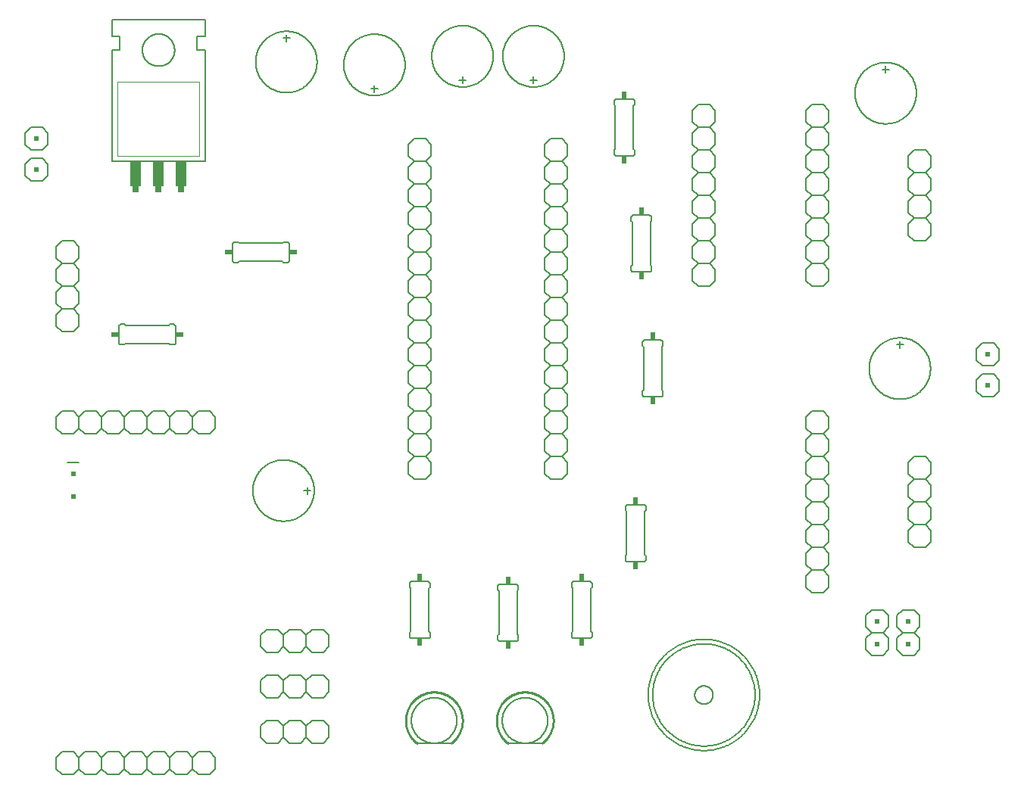
<source format=gto>
G75*
%MOIN*%
%OFA0B0*%
%FSLAX25Y25*%
%IPPOS*%
%LPD*%
%AMOC8*
5,1,8,0,0,1.08239X$1,22.5*
%
%ADD10C,0.00600*%
%ADD11C,0.00800*%
%ADD12C,0.01000*%
%ADD13R,0.03400X0.02400*%
%ADD14R,0.02400X0.03400*%
%ADD15C,0.00200*%
%ADD16R,0.03000X0.02500*%
%ADD17R,0.05000X0.11000*%
%ADD18R,0.02000X0.02000*%
D10*
X0049735Y0012332D02*
X0052235Y0009832D01*
X0057235Y0009832D01*
X0059735Y0012332D01*
X0062235Y0009832D01*
X0067235Y0009832D01*
X0069735Y0012332D01*
X0069735Y0017332D01*
X0067235Y0019832D01*
X0062235Y0019832D01*
X0059735Y0017332D01*
X0059735Y0012332D01*
X0059735Y0017332D02*
X0057235Y0019832D01*
X0052235Y0019832D01*
X0049735Y0017332D01*
X0049735Y0012332D01*
X0069735Y0012332D02*
X0072235Y0009832D01*
X0077235Y0009832D01*
X0079735Y0012332D01*
X0082235Y0009832D01*
X0087235Y0009832D01*
X0089735Y0012332D01*
X0092235Y0009832D01*
X0097235Y0009832D01*
X0099735Y0012332D01*
X0099735Y0017332D01*
X0097235Y0019832D01*
X0092235Y0019832D01*
X0089735Y0017332D01*
X0089735Y0012332D01*
X0089735Y0017332D02*
X0087235Y0019832D01*
X0082235Y0019832D01*
X0079735Y0017332D01*
X0079735Y0012332D01*
X0079735Y0017332D02*
X0077235Y0019832D01*
X0072235Y0019832D01*
X0069735Y0017332D01*
X0099735Y0017332D02*
X0102235Y0019832D01*
X0107235Y0019832D01*
X0109735Y0017332D01*
X0112235Y0019832D01*
X0117235Y0019832D01*
X0119735Y0017332D01*
X0119735Y0012332D01*
X0117235Y0009832D01*
X0112235Y0009832D01*
X0109735Y0012332D01*
X0107235Y0009832D01*
X0102235Y0009832D01*
X0099735Y0012332D01*
X0109735Y0012332D02*
X0109735Y0017332D01*
X0139735Y0026082D02*
X0142235Y0023582D01*
X0147235Y0023582D01*
X0149735Y0026082D01*
X0152235Y0023582D01*
X0157235Y0023582D01*
X0159735Y0026082D01*
X0162235Y0023582D01*
X0167235Y0023582D01*
X0169735Y0026082D01*
X0169735Y0031082D01*
X0167235Y0033582D01*
X0162235Y0033582D01*
X0159735Y0031082D01*
X0159735Y0026082D01*
X0159735Y0031082D02*
X0157235Y0033582D01*
X0152235Y0033582D01*
X0149735Y0031082D01*
X0149735Y0026082D01*
X0149735Y0031082D02*
X0147235Y0033582D01*
X0142235Y0033582D01*
X0139735Y0031082D01*
X0139735Y0026082D01*
X0142235Y0043582D02*
X0147235Y0043582D01*
X0149735Y0046082D01*
X0152235Y0043582D01*
X0157235Y0043582D01*
X0159735Y0046082D01*
X0162235Y0043582D01*
X0167235Y0043582D01*
X0169735Y0046082D01*
X0169735Y0051082D01*
X0167235Y0053582D01*
X0162235Y0053582D01*
X0159735Y0051082D01*
X0159735Y0046082D01*
X0159735Y0051082D02*
X0157235Y0053582D01*
X0152235Y0053582D01*
X0149735Y0051082D01*
X0149735Y0046082D01*
X0149735Y0051082D02*
X0147235Y0053582D01*
X0142235Y0053582D01*
X0139735Y0051082D01*
X0139735Y0046082D01*
X0142235Y0043582D01*
X0142235Y0063582D02*
X0139735Y0066082D01*
X0139735Y0071082D01*
X0142235Y0073582D01*
X0147235Y0073582D01*
X0149735Y0071082D01*
X0152235Y0073582D01*
X0157235Y0073582D01*
X0159735Y0071082D01*
X0162235Y0073582D01*
X0167235Y0073582D01*
X0169735Y0071082D01*
X0169735Y0066082D01*
X0167235Y0063582D01*
X0162235Y0063582D01*
X0159735Y0066082D01*
X0157235Y0063582D01*
X0152235Y0063582D01*
X0149735Y0066082D01*
X0147235Y0063582D01*
X0142235Y0063582D01*
X0149735Y0066082D02*
X0149735Y0071082D01*
X0159735Y0071082D02*
X0159735Y0066082D01*
X0205235Y0070832D02*
X0205235Y0072332D01*
X0205735Y0072832D01*
X0205735Y0091832D01*
X0205235Y0092332D01*
X0205235Y0093832D01*
X0205237Y0093892D01*
X0205242Y0093953D01*
X0205251Y0094012D01*
X0205264Y0094071D01*
X0205280Y0094130D01*
X0205300Y0094187D01*
X0205323Y0094242D01*
X0205350Y0094297D01*
X0205379Y0094349D01*
X0205412Y0094400D01*
X0205448Y0094449D01*
X0205486Y0094495D01*
X0205528Y0094539D01*
X0205572Y0094581D01*
X0205618Y0094619D01*
X0205667Y0094655D01*
X0205718Y0094688D01*
X0205770Y0094717D01*
X0205825Y0094744D01*
X0205880Y0094767D01*
X0205937Y0094787D01*
X0205996Y0094803D01*
X0206055Y0094816D01*
X0206114Y0094825D01*
X0206175Y0094830D01*
X0206235Y0094832D01*
X0213235Y0094832D01*
X0213295Y0094830D01*
X0213356Y0094825D01*
X0213415Y0094816D01*
X0213474Y0094803D01*
X0213533Y0094787D01*
X0213590Y0094767D01*
X0213645Y0094744D01*
X0213700Y0094717D01*
X0213752Y0094688D01*
X0213803Y0094655D01*
X0213852Y0094619D01*
X0213898Y0094581D01*
X0213942Y0094539D01*
X0213984Y0094495D01*
X0214022Y0094449D01*
X0214058Y0094400D01*
X0214091Y0094349D01*
X0214120Y0094297D01*
X0214147Y0094242D01*
X0214170Y0094187D01*
X0214190Y0094130D01*
X0214206Y0094071D01*
X0214219Y0094012D01*
X0214228Y0093953D01*
X0214233Y0093892D01*
X0214235Y0093832D01*
X0214235Y0092332D01*
X0213735Y0091832D01*
X0213735Y0072832D01*
X0214235Y0072332D01*
X0214235Y0070832D01*
X0214233Y0070772D01*
X0214228Y0070711D01*
X0214219Y0070652D01*
X0214206Y0070593D01*
X0214190Y0070534D01*
X0214170Y0070477D01*
X0214147Y0070422D01*
X0214120Y0070367D01*
X0214091Y0070315D01*
X0214058Y0070264D01*
X0214022Y0070215D01*
X0213984Y0070169D01*
X0213942Y0070125D01*
X0213898Y0070083D01*
X0213852Y0070045D01*
X0213803Y0070009D01*
X0213752Y0069976D01*
X0213700Y0069947D01*
X0213645Y0069920D01*
X0213590Y0069897D01*
X0213533Y0069877D01*
X0213474Y0069861D01*
X0213415Y0069848D01*
X0213356Y0069839D01*
X0213295Y0069834D01*
X0213235Y0069832D01*
X0206235Y0069832D01*
X0206175Y0069834D01*
X0206114Y0069839D01*
X0206055Y0069848D01*
X0205996Y0069861D01*
X0205937Y0069877D01*
X0205880Y0069897D01*
X0205825Y0069920D01*
X0205770Y0069947D01*
X0205718Y0069976D01*
X0205667Y0070009D01*
X0205618Y0070045D01*
X0205572Y0070083D01*
X0205528Y0070125D01*
X0205486Y0070169D01*
X0205448Y0070215D01*
X0205412Y0070264D01*
X0205379Y0070315D01*
X0205350Y0070367D01*
X0205323Y0070422D01*
X0205300Y0070477D01*
X0205280Y0070534D01*
X0205264Y0070593D01*
X0205251Y0070652D01*
X0205242Y0070711D01*
X0205237Y0070772D01*
X0205235Y0070832D01*
X0243985Y0071082D02*
X0243985Y0069582D01*
X0243987Y0069522D01*
X0243992Y0069461D01*
X0244001Y0069402D01*
X0244014Y0069343D01*
X0244030Y0069284D01*
X0244050Y0069227D01*
X0244073Y0069172D01*
X0244100Y0069117D01*
X0244129Y0069065D01*
X0244162Y0069014D01*
X0244198Y0068965D01*
X0244236Y0068919D01*
X0244278Y0068875D01*
X0244322Y0068833D01*
X0244368Y0068795D01*
X0244417Y0068759D01*
X0244468Y0068726D01*
X0244520Y0068697D01*
X0244575Y0068670D01*
X0244630Y0068647D01*
X0244687Y0068627D01*
X0244746Y0068611D01*
X0244805Y0068598D01*
X0244864Y0068589D01*
X0244925Y0068584D01*
X0244985Y0068582D01*
X0251985Y0068582D01*
X0252045Y0068584D01*
X0252106Y0068589D01*
X0252165Y0068598D01*
X0252224Y0068611D01*
X0252283Y0068627D01*
X0252340Y0068647D01*
X0252395Y0068670D01*
X0252450Y0068697D01*
X0252502Y0068726D01*
X0252553Y0068759D01*
X0252602Y0068795D01*
X0252648Y0068833D01*
X0252692Y0068875D01*
X0252734Y0068919D01*
X0252772Y0068965D01*
X0252808Y0069014D01*
X0252841Y0069065D01*
X0252870Y0069117D01*
X0252897Y0069172D01*
X0252920Y0069227D01*
X0252940Y0069284D01*
X0252956Y0069343D01*
X0252969Y0069402D01*
X0252978Y0069461D01*
X0252983Y0069522D01*
X0252985Y0069582D01*
X0252985Y0071082D01*
X0252485Y0071582D01*
X0252485Y0090582D01*
X0252985Y0091082D01*
X0252985Y0092582D01*
X0252983Y0092642D01*
X0252978Y0092703D01*
X0252969Y0092762D01*
X0252956Y0092821D01*
X0252940Y0092880D01*
X0252920Y0092937D01*
X0252897Y0092992D01*
X0252870Y0093047D01*
X0252841Y0093099D01*
X0252808Y0093150D01*
X0252772Y0093199D01*
X0252734Y0093245D01*
X0252692Y0093289D01*
X0252648Y0093331D01*
X0252602Y0093369D01*
X0252553Y0093405D01*
X0252502Y0093438D01*
X0252450Y0093467D01*
X0252395Y0093494D01*
X0252340Y0093517D01*
X0252283Y0093537D01*
X0252224Y0093553D01*
X0252165Y0093566D01*
X0252106Y0093575D01*
X0252045Y0093580D01*
X0251985Y0093582D01*
X0244985Y0093582D01*
X0244925Y0093580D01*
X0244864Y0093575D01*
X0244805Y0093566D01*
X0244746Y0093553D01*
X0244687Y0093537D01*
X0244630Y0093517D01*
X0244575Y0093494D01*
X0244520Y0093467D01*
X0244468Y0093438D01*
X0244417Y0093405D01*
X0244368Y0093369D01*
X0244322Y0093331D01*
X0244278Y0093289D01*
X0244236Y0093245D01*
X0244198Y0093199D01*
X0244162Y0093150D01*
X0244129Y0093099D01*
X0244100Y0093047D01*
X0244073Y0092992D01*
X0244050Y0092937D01*
X0244030Y0092880D01*
X0244014Y0092821D01*
X0244001Y0092762D01*
X0243992Y0092703D01*
X0243987Y0092642D01*
X0243985Y0092582D01*
X0243985Y0091082D01*
X0244485Y0090582D01*
X0244485Y0071582D01*
X0243985Y0071082D01*
X0276485Y0070832D02*
X0276485Y0072332D01*
X0276985Y0072832D01*
X0276985Y0091832D01*
X0276485Y0092332D01*
X0276485Y0093832D01*
X0276487Y0093892D01*
X0276492Y0093953D01*
X0276501Y0094012D01*
X0276514Y0094071D01*
X0276530Y0094130D01*
X0276550Y0094187D01*
X0276573Y0094242D01*
X0276600Y0094297D01*
X0276629Y0094349D01*
X0276662Y0094400D01*
X0276698Y0094449D01*
X0276736Y0094495D01*
X0276778Y0094539D01*
X0276822Y0094581D01*
X0276868Y0094619D01*
X0276917Y0094655D01*
X0276968Y0094688D01*
X0277020Y0094717D01*
X0277075Y0094744D01*
X0277130Y0094767D01*
X0277187Y0094787D01*
X0277246Y0094803D01*
X0277305Y0094816D01*
X0277364Y0094825D01*
X0277425Y0094830D01*
X0277485Y0094832D01*
X0284485Y0094832D01*
X0284545Y0094830D01*
X0284606Y0094825D01*
X0284665Y0094816D01*
X0284724Y0094803D01*
X0284783Y0094787D01*
X0284840Y0094767D01*
X0284895Y0094744D01*
X0284950Y0094717D01*
X0285002Y0094688D01*
X0285053Y0094655D01*
X0285102Y0094619D01*
X0285148Y0094581D01*
X0285192Y0094539D01*
X0285234Y0094495D01*
X0285272Y0094449D01*
X0285308Y0094400D01*
X0285341Y0094349D01*
X0285370Y0094297D01*
X0285397Y0094242D01*
X0285420Y0094187D01*
X0285440Y0094130D01*
X0285456Y0094071D01*
X0285469Y0094012D01*
X0285478Y0093953D01*
X0285483Y0093892D01*
X0285485Y0093832D01*
X0285485Y0092332D01*
X0284985Y0091832D01*
X0284985Y0072832D01*
X0285485Y0072332D01*
X0285485Y0070832D01*
X0285483Y0070772D01*
X0285478Y0070711D01*
X0285469Y0070652D01*
X0285456Y0070593D01*
X0285440Y0070534D01*
X0285420Y0070477D01*
X0285397Y0070422D01*
X0285370Y0070367D01*
X0285341Y0070315D01*
X0285308Y0070264D01*
X0285272Y0070215D01*
X0285234Y0070169D01*
X0285192Y0070125D01*
X0285148Y0070083D01*
X0285102Y0070045D01*
X0285053Y0070009D01*
X0285002Y0069976D01*
X0284950Y0069947D01*
X0284895Y0069920D01*
X0284840Y0069897D01*
X0284783Y0069877D01*
X0284724Y0069861D01*
X0284665Y0069848D01*
X0284606Y0069839D01*
X0284545Y0069834D01*
X0284485Y0069832D01*
X0277485Y0069832D01*
X0277425Y0069834D01*
X0277364Y0069839D01*
X0277305Y0069848D01*
X0277246Y0069861D01*
X0277187Y0069877D01*
X0277130Y0069897D01*
X0277075Y0069920D01*
X0277020Y0069947D01*
X0276968Y0069976D01*
X0276917Y0070009D01*
X0276868Y0070045D01*
X0276822Y0070083D01*
X0276778Y0070125D01*
X0276736Y0070169D01*
X0276698Y0070215D01*
X0276662Y0070264D01*
X0276629Y0070315D01*
X0276600Y0070367D01*
X0276573Y0070422D01*
X0276550Y0070477D01*
X0276530Y0070534D01*
X0276514Y0070593D01*
X0276501Y0070652D01*
X0276492Y0070711D01*
X0276487Y0070772D01*
X0276485Y0070832D01*
X0301235Y0103582D02*
X0308235Y0103582D01*
X0308295Y0103584D01*
X0308356Y0103589D01*
X0308415Y0103598D01*
X0308474Y0103611D01*
X0308533Y0103627D01*
X0308590Y0103647D01*
X0308645Y0103670D01*
X0308700Y0103697D01*
X0308752Y0103726D01*
X0308803Y0103759D01*
X0308852Y0103795D01*
X0308898Y0103833D01*
X0308942Y0103875D01*
X0308984Y0103919D01*
X0309022Y0103965D01*
X0309058Y0104014D01*
X0309091Y0104065D01*
X0309120Y0104117D01*
X0309147Y0104172D01*
X0309170Y0104227D01*
X0309190Y0104284D01*
X0309206Y0104343D01*
X0309219Y0104402D01*
X0309228Y0104461D01*
X0309233Y0104522D01*
X0309235Y0104582D01*
X0309235Y0106082D01*
X0308735Y0106582D01*
X0308735Y0125582D01*
X0309235Y0126082D01*
X0309235Y0127582D01*
X0309233Y0127642D01*
X0309228Y0127703D01*
X0309219Y0127762D01*
X0309206Y0127821D01*
X0309190Y0127880D01*
X0309170Y0127937D01*
X0309147Y0127992D01*
X0309120Y0128047D01*
X0309091Y0128099D01*
X0309058Y0128150D01*
X0309022Y0128199D01*
X0308984Y0128245D01*
X0308942Y0128289D01*
X0308898Y0128331D01*
X0308852Y0128369D01*
X0308803Y0128405D01*
X0308752Y0128438D01*
X0308700Y0128467D01*
X0308645Y0128494D01*
X0308590Y0128517D01*
X0308533Y0128537D01*
X0308474Y0128553D01*
X0308415Y0128566D01*
X0308356Y0128575D01*
X0308295Y0128580D01*
X0308235Y0128582D01*
X0301235Y0128582D01*
X0301175Y0128580D01*
X0301114Y0128575D01*
X0301055Y0128566D01*
X0300996Y0128553D01*
X0300937Y0128537D01*
X0300880Y0128517D01*
X0300825Y0128494D01*
X0300770Y0128467D01*
X0300718Y0128438D01*
X0300667Y0128405D01*
X0300618Y0128369D01*
X0300572Y0128331D01*
X0300528Y0128289D01*
X0300486Y0128245D01*
X0300448Y0128199D01*
X0300412Y0128150D01*
X0300379Y0128099D01*
X0300350Y0128047D01*
X0300323Y0127992D01*
X0300300Y0127937D01*
X0300280Y0127880D01*
X0300264Y0127821D01*
X0300251Y0127762D01*
X0300242Y0127703D01*
X0300237Y0127642D01*
X0300235Y0127582D01*
X0300235Y0126082D01*
X0300735Y0125582D01*
X0300735Y0106582D01*
X0300235Y0106082D01*
X0300235Y0104582D01*
X0300237Y0104522D01*
X0300242Y0104461D01*
X0300251Y0104402D01*
X0300264Y0104343D01*
X0300280Y0104284D01*
X0300300Y0104227D01*
X0300323Y0104172D01*
X0300350Y0104117D01*
X0300379Y0104065D01*
X0300412Y0104014D01*
X0300448Y0103965D01*
X0300486Y0103919D01*
X0300528Y0103875D01*
X0300572Y0103833D01*
X0300618Y0103795D01*
X0300667Y0103759D01*
X0300718Y0103726D01*
X0300770Y0103697D01*
X0300825Y0103670D01*
X0300880Y0103647D01*
X0300937Y0103627D01*
X0300996Y0103611D01*
X0301055Y0103598D01*
X0301114Y0103589D01*
X0301175Y0103584D01*
X0301235Y0103582D01*
X0272235Y0139832D02*
X0267235Y0139832D01*
X0264735Y0142332D01*
X0264735Y0147332D01*
X0267235Y0149832D01*
X0264735Y0152332D01*
X0264735Y0157332D01*
X0267235Y0159832D01*
X0272235Y0159832D01*
X0274735Y0157332D01*
X0274735Y0152332D01*
X0272235Y0149832D01*
X0274735Y0147332D01*
X0274735Y0142332D01*
X0272235Y0139832D01*
X0272235Y0149832D02*
X0267235Y0149832D01*
X0267235Y0159832D02*
X0264735Y0162332D01*
X0264735Y0167332D01*
X0267235Y0169832D01*
X0264735Y0172332D01*
X0264735Y0177332D01*
X0267235Y0179832D01*
X0264735Y0182332D01*
X0264735Y0187332D01*
X0267235Y0189832D01*
X0272235Y0189832D01*
X0274735Y0187332D01*
X0274735Y0182332D01*
X0272235Y0179832D01*
X0274735Y0177332D01*
X0274735Y0172332D01*
X0272235Y0169832D01*
X0274735Y0167332D01*
X0274735Y0162332D01*
X0272235Y0159832D01*
X0272235Y0169832D02*
X0267235Y0169832D01*
X0267235Y0179832D02*
X0272235Y0179832D01*
X0272235Y0189832D02*
X0274735Y0192332D01*
X0274735Y0197332D01*
X0272235Y0199832D01*
X0274735Y0202332D01*
X0274735Y0207332D01*
X0272235Y0209832D01*
X0274735Y0212332D01*
X0274735Y0217332D01*
X0272235Y0219832D01*
X0267235Y0219832D01*
X0264735Y0217332D01*
X0264735Y0212332D01*
X0267235Y0209832D01*
X0272235Y0209832D01*
X0267235Y0209832D02*
X0264735Y0207332D01*
X0264735Y0202332D01*
X0267235Y0199832D01*
X0272235Y0199832D01*
X0267235Y0199832D02*
X0264735Y0197332D01*
X0264735Y0192332D01*
X0267235Y0189832D01*
X0267235Y0219832D02*
X0264735Y0222332D01*
X0264735Y0227332D01*
X0267235Y0229832D01*
X0264735Y0232332D01*
X0264735Y0237332D01*
X0267235Y0239832D01*
X0264735Y0242332D01*
X0264735Y0247332D01*
X0267235Y0249832D01*
X0272235Y0249832D01*
X0274735Y0247332D01*
X0274735Y0242332D01*
X0272235Y0239832D01*
X0274735Y0237332D01*
X0274735Y0232332D01*
X0272235Y0229832D01*
X0274735Y0227332D01*
X0274735Y0222332D01*
X0272235Y0219832D01*
X0272235Y0229832D02*
X0267235Y0229832D01*
X0267235Y0239832D02*
X0272235Y0239832D01*
X0272235Y0249832D02*
X0274735Y0252332D01*
X0274735Y0257332D01*
X0272235Y0259832D01*
X0274735Y0262332D01*
X0274735Y0267332D01*
X0272235Y0269832D01*
X0274735Y0272332D01*
X0274735Y0277332D01*
X0272235Y0279832D01*
X0274735Y0282332D01*
X0274735Y0287332D01*
X0272235Y0289832D01*
X0267235Y0289832D01*
X0264735Y0287332D01*
X0264735Y0282332D01*
X0267235Y0279832D01*
X0272235Y0279832D01*
X0267235Y0279832D02*
X0264735Y0277332D01*
X0264735Y0272332D01*
X0267235Y0269832D01*
X0272235Y0269832D01*
X0267235Y0269832D02*
X0264735Y0267332D01*
X0264735Y0262332D01*
X0267235Y0259832D01*
X0272235Y0259832D01*
X0267235Y0259832D02*
X0264735Y0257332D01*
X0264735Y0252332D01*
X0267235Y0249832D01*
X0302735Y0253582D02*
X0303235Y0253082D01*
X0303235Y0234082D01*
X0302735Y0233582D01*
X0302735Y0232082D01*
X0302737Y0232022D01*
X0302742Y0231961D01*
X0302751Y0231902D01*
X0302764Y0231843D01*
X0302780Y0231784D01*
X0302800Y0231727D01*
X0302823Y0231672D01*
X0302850Y0231617D01*
X0302879Y0231565D01*
X0302912Y0231514D01*
X0302948Y0231465D01*
X0302986Y0231419D01*
X0303028Y0231375D01*
X0303072Y0231333D01*
X0303118Y0231295D01*
X0303167Y0231259D01*
X0303218Y0231226D01*
X0303270Y0231197D01*
X0303325Y0231170D01*
X0303380Y0231147D01*
X0303437Y0231127D01*
X0303496Y0231111D01*
X0303555Y0231098D01*
X0303614Y0231089D01*
X0303675Y0231084D01*
X0303735Y0231082D01*
X0310735Y0231082D01*
X0310795Y0231084D01*
X0310856Y0231089D01*
X0310915Y0231098D01*
X0310974Y0231111D01*
X0311033Y0231127D01*
X0311090Y0231147D01*
X0311145Y0231170D01*
X0311200Y0231197D01*
X0311252Y0231226D01*
X0311303Y0231259D01*
X0311352Y0231295D01*
X0311398Y0231333D01*
X0311442Y0231375D01*
X0311484Y0231419D01*
X0311522Y0231465D01*
X0311558Y0231514D01*
X0311591Y0231565D01*
X0311620Y0231617D01*
X0311647Y0231672D01*
X0311670Y0231727D01*
X0311690Y0231784D01*
X0311706Y0231843D01*
X0311719Y0231902D01*
X0311728Y0231961D01*
X0311733Y0232022D01*
X0311735Y0232082D01*
X0311735Y0233582D01*
X0311235Y0234082D01*
X0311235Y0253082D01*
X0311735Y0253582D01*
X0311735Y0255082D01*
X0311733Y0255142D01*
X0311728Y0255203D01*
X0311719Y0255262D01*
X0311706Y0255321D01*
X0311690Y0255380D01*
X0311670Y0255437D01*
X0311647Y0255492D01*
X0311620Y0255547D01*
X0311591Y0255599D01*
X0311558Y0255650D01*
X0311522Y0255699D01*
X0311484Y0255745D01*
X0311442Y0255789D01*
X0311398Y0255831D01*
X0311352Y0255869D01*
X0311303Y0255905D01*
X0311252Y0255938D01*
X0311200Y0255967D01*
X0311145Y0255994D01*
X0311090Y0256017D01*
X0311033Y0256037D01*
X0310974Y0256053D01*
X0310915Y0256066D01*
X0310856Y0256075D01*
X0310795Y0256080D01*
X0310735Y0256082D01*
X0303735Y0256082D01*
X0303675Y0256080D01*
X0303614Y0256075D01*
X0303555Y0256066D01*
X0303496Y0256053D01*
X0303437Y0256037D01*
X0303380Y0256017D01*
X0303325Y0255994D01*
X0303270Y0255967D01*
X0303218Y0255938D01*
X0303167Y0255905D01*
X0303118Y0255869D01*
X0303072Y0255831D01*
X0303028Y0255789D01*
X0302986Y0255745D01*
X0302948Y0255699D01*
X0302912Y0255650D01*
X0302879Y0255599D01*
X0302850Y0255547D01*
X0302823Y0255492D01*
X0302800Y0255437D01*
X0302780Y0255380D01*
X0302764Y0255321D01*
X0302751Y0255262D01*
X0302742Y0255203D01*
X0302737Y0255142D01*
X0302735Y0255082D01*
X0302735Y0253582D01*
X0329735Y0252332D02*
X0329735Y0247332D01*
X0332235Y0244832D01*
X0337235Y0244832D01*
X0339735Y0242332D01*
X0339735Y0237332D01*
X0337235Y0234832D01*
X0339735Y0232332D01*
X0339735Y0227332D01*
X0337235Y0224832D01*
X0332235Y0224832D01*
X0329735Y0227332D01*
X0329735Y0232332D01*
X0332235Y0234832D01*
X0329735Y0237332D01*
X0329735Y0242332D01*
X0332235Y0244832D01*
X0337235Y0244832D02*
X0339735Y0247332D01*
X0339735Y0252332D01*
X0337235Y0254832D01*
X0339735Y0257332D01*
X0339735Y0262332D01*
X0337235Y0264832D01*
X0339735Y0267332D01*
X0339735Y0272332D01*
X0337235Y0274832D01*
X0332235Y0274832D01*
X0329735Y0272332D01*
X0329735Y0267332D01*
X0332235Y0264832D01*
X0337235Y0264832D01*
X0332235Y0264832D02*
X0329735Y0262332D01*
X0329735Y0257332D01*
X0332235Y0254832D01*
X0337235Y0254832D01*
X0332235Y0254832D02*
X0329735Y0252332D01*
X0332235Y0234832D02*
X0337235Y0234832D01*
X0379735Y0232332D02*
X0379735Y0227332D01*
X0382235Y0224832D01*
X0387235Y0224832D01*
X0389735Y0227332D01*
X0389735Y0232332D01*
X0387235Y0234832D01*
X0389735Y0237332D01*
X0389735Y0242332D01*
X0387235Y0244832D01*
X0382235Y0244832D01*
X0379735Y0242332D01*
X0379735Y0237332D01*
X0382235Y0234832D01*
X0387235Y0234832D01*
X0382235Y0234832D02*
X0379735Y0232332D01*
X0382235Y0244832D02*
X0379735Y0247332D01*
X0379735Y0252332D01*
X0382235Y0254832D01*
X0379735Y0257332D01*
X0379735Y0262332D01*
X0382235Y0264832D01*
X0379735Y0267332D01*
X0379735Y0272332D01*
X0382235Y0274832D01*
X0387235Y0274832D01*
X0389735Y0272332D01*
X0389735Y0267332D01*
X0387235Y0264832D01*
X0389735Y0262332D01*
X0389735Y0257332D01*
X0387235Y0254832D01*
X0389735Y0252332D01*
X0389735Y0247332D01*
X0387235Y0244832D01*
X0387235Y0254832D02*
X0382235Y0254832D01*
X0382235Y0264832D02*
X0387235Y0264832D01*
X0387235Y0274832D02*
X0389735Y0277332D01*
X0389735Y0282332D01*
X0387235Y0284832D01*
X0389735Y0287332D01*
X0389735Y0292332D01*
X0387235Y0294832D01*
X0389735Y0297332D01*
X0389735Y0302332D01*
X0387235Y0304832D01*
X0382235Y0304832D01*
X0379735Y0302332D01*
X0379735Y0297332D01*
X0382235Y0294832D01*
X0387235Y0294832D01*
X0382235Y0294832D02*
X0379735Y0292332D01*
X0379735Y0287332D01*
X0382235Y0284832D01*
X0387235Y0284832D01*
X0382235Y0284832D02*
X0379735Y0282332D01*
X0379735Y0277332D01*
X0382235Y0274832D01*
X0339735Y0277332D02*
X0337235Y0274832D01*
X0339735Y0277332D02*
X0339735Y0282332D01*
X0337235Y0284832D01*
X0339735Y0287332D01*
X0339735Y0292332D01*
X0337235Y0294832D01*
X0339735Y0297332D01*
X0339735Y0302332D01*
X0337235Y0304832D01*
X0332235Y0304832D01*
X0329735Y0302332D01*
X0329735Y0297332D01*
X0332235Y0294832D01*
X0337235Y0294832D01*
X0332235Y0294832D02*
X0329735Y0292332D01*
X0329735Y0287332D01*
X0332235Y0284832D01*
X0337235Y0284832D01*
X0332235Y0284832D02*
X0329735Y0282332D01*
X0329735Y0277332D01*
X0332235Y0274832D01*
X0304235Y0283332D02*
X0304235Y0284832D01*
X0303735Y0285332D01*
X0303735Y0304332D01*
X0304235Y0304832D01*
X0304235Y0306332D01*
X0304233Y0306392D01*
X0304228Y0306453D01*
X0304219Y0306512D01*
X0304206Y0306571D01*
X0304190Y0306630D01*
X0304170Y0306687D01*
X0304147Y0306742D01*
X0304120Y0306797D01*
X0304091Y0306849D01*
X0304058Y0306900D01*
X0304022Y0306949D01*
X0303984Y0306995D01*
X0303942Y0307039D01*
X0303898Y0307081D01*
X0303852Y0307119D01*
X0303803Y0307155D01*
X0303752Y0307188D01*
X0303700Y0307217D01*
X0303645Y0307244D01*
X0303590Y0307267D01*
X0303533Y0307287D01*
X0303474Y0307303D01*
X0303415Y0307316D01*
X0303356Y0307325D01*
X0303295Y0307330D01*
X0303235Y0307332D01*
X0296235Y0307332D01*
X0296175Y0307330D01*
X0296114Y0307325D01*
X0296055Y0307316D01*
X0295996Y0307303D01*
X0295937Y0307287D01*
X0295880Y0307267D01*
X0295825Y0307244D01*
X0295770Y0307217D01*
X0295718Y0307188D01*
X0295667Y0307155D01*
X0295618Y0307119D01*
X0295572Y0307081D01*
X0295528Y0307039D01*
X0295486Y0306995D01*
X0295448Y0306949D01*
X0295412Y0306900D01*
X0295379Y0306849D01*
X0295350Y0306797D01*
X0295323Y0306742D01*
X0295300Y0306687D01*
X0295280Y0306630D01*
X0295264Y0306571D01*
X0295251Y0306512D01*
X0295242Y0306453D01*
X0295237Y0306392D01*
X0295235Y0306332D01*
X0295235Y0304832D01*
X0295735Y0304332D01*
X0295735Y0285332D01*
X0295235Y0284832D01*
X0295235Y0283332D01*
X0295237Y0283272D01*
X0295242Y0283211D01*
X0295251Y0283152D01*
X0295264Y0283093D01*
X0295280Y0283034D01*
X0295300Y0282977D01*
X0295323Y0282922D01*
X0295350Y0282867D01*
X0295379Y0282815D01*
X0295412Y0282764D01*
X0295448Y0282715D01*
X0295486Y0282669D01*
X0295528Y0282625D01*
X0295572Y0282583D01*
X0295618Y0282545D01*
X0295667Y0282509D01*
X0295718Y0282476D01*
X0295770Y0282447D01*
X0295825Y0282420D01*
X0295880Y0282397D01*
X0295937Y0282377D01*
X0295996Y0282361D01*
X0296055Y0282348D01*
X0296114Y0282339D01*
X0296175Y0282334D01*
X0296235Y0282332D01*
X0303235Y0282332D01*
X0303295Y0282334D01*
X0303356Y0282339D01*
X0303415Y0282348D01*
X0303474Y0282361D01*
X0303533Y0282377D01*
X0303590Y0282397D01*
X0303645Y0282420D01*
X0303700Y0282447D01*
X0303752Y0282476D01*
X0303803Y0282509D01*
X0303852Y0282545D01*
X0303898Y0282583D01*
X0303942Y0282625D01*
X0303984Y0282669D01*
X0304022Y0282715D01*
X0304058Y0282764D01*
X0304091Y0282815D01*
X0304120Y0282867D01*
X0304147Y0282922D01*
X0304170Y0282977D01*
X0304190Y0283034D01*
X0304206Y0283093D01*
X0304219Y0283152D01*
X0304228Y0283211D01*
X0304233Y0283272D01*
X0304235Y0283332D01*
X0259735Y0314082D02*
X0259735Y0317082D01*
X0261235Y0315582D02*
X0258235Y0315582D01*
X0246235Y0326082D02*
X0246239Y0326413D01*
X0246251Y0326744D01*
X0246272Y0327075D01*
X0246300Y0327405D01*
X0246337Y0327735D01*
X0246381Y0328063D01*
X0246434Y0328390D01*
X0246494Y0328716D01*
X0246563Y0329040D01*
X0246640Y0329362D01*
X0246724Y0329683D01*
X0246816Y0330001D01*
X0246916Y0330317D01*
X0247024Y0330630D01*
X0247140Y0330941D01*
X0247263Y0331248D01*
X0247393Y0331553D01*
X0247531Y0331854D01*
X0247676Y0332152D01*
X0247829Y0332446D01*
X0247989Y0332736D01*
X0248156Y0333022D01*
X0248329Y0333304D01*
X0248510Y0333582D01*
X0248698Y0333855D01*
X0248892Y0334124D01*
X0249092Y0334388D01*
X0249299Y0334646D01*
X0249513Y0334900D01*
X0249732Y0335148D01*
X0249958Y0335391D01*
X0250189Y0335628D01*
X0250426Y0335859D01*
X0250669Y0336085D01*
X0250917Y0336304D01*
X0251171Y0336518D01*
X0251429Y0336725D01*
X0251693Y0336925D01*
X0251962Y0337119D01*
X0252235Y0337307D01*
X0252513Y0337488D01*
X0252795Y0337661D01*
X0253081Y0337828D01*
X0253371Y0337988D01*
X0253665Y0338141D01*
X0253963Y0338286D01*
X0254264Y0338424D01*
X0254569Y0338554D01*
X0254876Y0338677D01*
X0255187Y0338793D01*
X0255500Y0338901D01*
X0255816Y0339001D01*
X0256134Y0339093D01*
X0256455Y0339177D01*
X0256777Y0339254D01*
X0257101Y0339323D01*
X0257427Y0339383D01*
X0257754Y0339436D01*
X0258082Y0339480D01*
X0258412Y0339517D01*
X0258742Y0339545D01*
X0259073Y0339566D01*
X0259404Y0339578D01*
X0259735Y0339582D01*
X0260066Y0339578D01*
X0260397Y0339566D01*
X0260728Y0339545D01*
X0261058Y0339517D01*
X0261388Y0339480D01*
X0261716Y0339436D01*
X0262043Y0339383D01*
X0262369Y0339323D01*
X0262693Y0339254D01*
X0263015Y0339177D01*
X0263336Y0339093D01*
X0263654Y0339001D01*
X0263970Y0338901D01*
X0264283Y0338793D01*
X0264594Y0338677D01*
X0264901Y0338554D01*
X0265206Y0338424D01*
X0265507Y0338286D01*
X0265805Y0338141D01*
X0266099Y0337988D01*
X0266389Y0337828D01*
X0266675Y0337661D01*
X0266957Y0337488D01*
X0267235Y0337307D01*
X0267508Y0337119D01*
X0267777Y0336925D01*
X0268041Y0336725D01*
X0268299Y0336518D01*
X0268553Y0336304D01*
X0268801Y0336085D01*
X0269044Y0335859D01*
X0269281Y0335628D01*
X0269512Y0335391D01*
X0269738Y0335148D01*
X0269957Y0334900D01*
X0270171Y0334646D01*
X0270378Y0334388D01*
X0270578Y0334124D01*
X0270772Y0333855D01*
X0270960Y0333582D01*
X0271141Y0333304D01*
X0271314Y0333022D01*
X0271481Y0332736D01*
X0271641Y0332446D01*
X0271794Y0332152D01*
X0271939Y0331854D01*
X0272077Y0331553D01*
X0272207Y0331248D01*
X0272330Y0330941D01*
X0272446Y0330630D01*
X0272554Y0330317D01*
X0272654Y0330001D01*
X0272746Y0329683D01*
X0272830Y0329362D01*
X0272907Y0329040D01*
X0272976Y0328716D01*
X0273036Y0328390D01*
X0273089Y0328063D01*
X0273133Y0327735D01*
X0273170Y0327405D01*
X0273198Y0327075D01*
X0273219Y0326744D01*
X0273231Y0326413D01*
X0273235Y0326082D01*
X0273231Y0325751D01*
X0273219Y0325420D01*
X0273198Y0325089D01*
X0273170Y0324759D01*
X0273133Y0324429D01*
X0273089Y0324101D01*
X0273036Y0323774D01*
X0272976Y0323448D01*
X0272907Y0323124D01*
X0272830Y0322802D01*
X0272746Y0322481D01*
X0272654Y0322163D01*
X0272554Y0321847D01*
X0272446Y0321534D01*
X0272330Y0321223D01*
X0272207Y0320916D01*
X0272077Y0320611D01*
X0271939Y0320310D01*
X0271794Y0320012D01*
X0271641Y0319718D01*
X0271481Y0319428D01*
X0271314Y0319142D01*
X0271141Y0318860D01*
X0270960Y0318582D01*
X0270772Y0318309D01*
X0270578Y0318040D01*
X0270378Y0317776D01*
X0270171Y0317518D01*
X0269957Y0317264D01*
X0269738Y0317016D01*
X0269512Y0316773D01*
X0269281Y0316536D01*
X0269044Y0316305D01*
X0268801Y0316079D01*
X0268553Y0315860D01*
X0268299Y0315646D01*
X0268041Y0315439D01*
X0267777Y0315239D01*
X0267508Y0315045D01*
X0267235Y0314857D01*
X0266957Y0314676D01*
X0266675Y0314503D01*
X0266389Y0314336D01*
X0266099Y0314176D01*
X0265805Y0314023D01*
X0265507Y0313878D01*
X0265206Y0313740D01*
X0264901Y0313610D01*
X0264594Y0313487D01*
X0264283Y0313371D01*
X0263970Y0313263D01*
X0263654Y0313163D01*
X0263336Y0313071D01*
X0263015Y0312987D01*
X0262693Y0312910D01*
X0262369Y0312841D01*
X0262043Y0312781D01*
X0261716Y0312728D01*
X0261388Y0312684D01*
X0261058Y0312647D01*
X0260728Y0312619D01*
X0260397Y0312598D01*
X0260066Y0312586D01*
X0259735Y0312582D01*
X0259404Y0312586D01*
X0259073Y0312598D01*
X0258742Y0312619D01*
X0258412Y0312647D01*
X0258082Y0312684D01*
X0257754Y0312728D01*
X0257427Y0312781D01*
X0257101Y0312841D01*
X0256777Y0312910D01*
X0256455Y0312987D01*
X0256134Y0313071D01*
X0255816Y0313163D01*
X0255500Y0313263D01*
X0255187Y0313371D01*
X0254876Y0313487D01*
X0254569Y0313610D01*
X0254264Y0313740D01*
X0253963Y0313878D01*
X0253665Y0314023D01*
X0253371Y0314176D01*
X0253081Y0314336D01*
X0252795Y0314503D01*
X0252513Y0314676D01*
X0252235Y0314857D01*
X0251962Y0315045D01*
X0251693Y0315239D01*
X0251429Y0315439D01*
X0251171Y0315646D01*
X0250917Y0315860D01*
X0250669Y0316079D01*
X0250426Y0316305D01*
X0250189Y0316536D01*
X0249958Y0316773D01*
X0249732Y0317016D01*
X0249513Y0317264D01*
X0249299Y0317518D01*
X0249092Y0317776D01*
X0248892Y0318040D01*
X0248698Y0318309D01*
X0248510Y0318582D01*
X0248329Y0318860D01*
X0248156Y0319142D01*
X0247989Y0319428D01*
X0247829Y0319718D01*
X0247676Y0320012D01*
X0247531Y0320310D01*
X0247393Y0320611D01*
X0247263Y0320916D01*
X0247140Y0321223D01*
X0247024Y0321534D01*
X0246916Y0321847D01*
X0246816Y0322163D01*
X0246724Y0322481D01*
X0246640Y0322802D01*
X0246563Y0323124D01*
X0246494Y0323448D01*
X0246434Y0323774D01*
X0246381Y0324101D01*
X0246337Y0324429D01*
X0246300Y0324759D01*
X0246272Y0325089D01*
X0246251Y0325420D01*
X0246239Y0325751D01*
X0246235Y0326082D01*
X0214985Y0326082D02*
X0214989Y0326413D01*
X0215001Y0326744D01*
X0215022Y0327075D01*
X0215050Y0327405D01*
X0215087Y0327735D01*
X0215131Y0328063D01*
X0215184Y0328390D01*
X0215244Y0328716D01*
X0215313Y0329040D01*
X0215390Y0329362D01*
X0215474Y0329683D01*
X0215566Y0330001D01*
X0215666Y0330317D01*
X0215774Y0330630D01*
X0215890Y0330941D01*
X0216013Y0331248D01*
X0216143Y0331553D01*
X0216281Y0331854D01*
X0216426Y0332152D01*
X0216579Y0332446D01*
X0216739Y0332736D01*
X0216906Y0333022D01*
X0217079Y0333304D01*
X0217260Y0333582D01*
X0217448Y0333855D01*
X0217642Y0334124D01*
X0217842Y0334388D01*
X0218049Y0334646D01*
X0218263Y0334900D01*
X0218482Y0335148D01*
X0218708Y0335391D01*
X0218939Y0335628D01*
X0219176Y0335859D01*
X0219419Y0336085D01*
X0219667Y0336304D01*
X0219921Y0336518D01*
X0220179Y0336725D01*
X0220443Y0336925D01*
X0220712Y0337119D01*
X0220985Y0337307D01*
X0221263Y0337488D01*
X0221545Y0337661D01*
X0221831Y0337828D01*
X0222121Y0337988D01*
X0222415Y0338141D01*
X0222713Y0338286D01*
X0223014Y0338424D01*
X0223319Y0338554D01*
X0223626Y0338677D01*
X0223937Y0338793D01*
X0224250Y0338901D01*
X0224566Y0339001D01*
X0224884Y0339093D01*
X0225205Y0339177D01*
X0225527Y0339254D01*
X0225851Y0339323D01*
X0226177Y0339383D01*
X0226504Y0339436D01*
X0226832Y0339480D01*
X0227162Y0339517D01*
X0227492Y0339545D01*
X0227823Y0339566D01*
X0228154Y0339578D01*
X0228485Y0339582D01*
X0228816Y0339578D01*
X0229147Y0339566D01*
X0229478Y0339545D01*
X0229808Y0339517D01*
X0230138Y0339480D01*
X0230466Y0339436D01*
X0230793Y0339383D01*
X0231119Y0339323D01*
X0231443Y0339254D01*
X0231765Y0339177D01*
X0232086Y0339093D01*
X0232404Y0339001D01*
X0232720Y0338901D01*
X0233033Y0338793D01*
X0233344Y0338677D01*
X0233651Y0338554D01*
X0233956Y0338424D01*
X0234257Y0338286D01*
X0234555Y0338141D01*
X0234849Y0337988D01*
X0235139Y0337828D01*
X0235425Y0337661D01*
X0235707Y0337488D01*
X0235985Y0337307D01*
X0236258Y0337119D01*
X0236527Y0336925D01*
X0236791Y0336725D01*
X0237049Y0336518D01*
X0237303Y0336304D01*
X0237551Y0336085D01*
X0237794Y0335859D01*
X0238031Y0335628D01*
X0238262Y0335391D01*
X0238488Y0335148D01*
X0238707Y0334900D01*
X0238921Y0334646D01*
X0239128Y0334388D01*
X0239328Y0334124D01*
X0239522Y0333855D01*
X0239710Y0333582D01*
X0239891Y0333304D01*
X0240064Y0333022D01*
X0240231Y0332736D01*
X0240391Y0332446D01*
X0240544Y0332152D01*
X0240689Y0331854D01*
X0240827Y0331553D01*
X0240957Y0331248D01*
X0241080Y0330941D01*
X0241196Y0330630D01*
X0241304Y0330317D01*
X0241404Y0330001D01*
X0241496Y0329683D01*
X0241580Y0329362D01*
X0241657Y0329040D01*
X0241726Y0328716D01*
X0241786Y0328390D01*
X0241839Y0328063D01*
X0241883Y0327735D01*
X0241920Y0327405D01*
X0241948Y0327075D01*
X0241969Y0326744D01*
X0241981Y0326413D01*
X0241985Y0326082D01*
X0241981Y0325751D01*
X0241969Y0325420D01*
X0241948Y0325089D01*
X0241920Y0324759D01*
X0241883Y0324429D01*
X0241839Y0324101D01*
X0241786Y0323774D01*
X0241726Y0323448D01*
X0241657Y0323124D01*
X0241580Y0322802D01*
X0241496Y0322481D01*
X0241404Y0322163D01*
X0241304Y0321847D01*
X0241196Y0321534D01*
X0241080Y0321223D01*
X0240957Y0320916D01*
X0240827Y0320611D01*
X0240689Y0320310D01*
X0240544Y0320012D01*
X0240391Y0319718D01*
X0240231Y0319428D01*
X0240064Y0319142D01*
X0239891Y0318860D01*
X0239710Y0318582D01*
X0239522Y0318309D01*
X0239328Y0318040D01*
X0239128Y0317776D01*
X0238921Y0317518D01*
X0238707Y0317264D01*
X0238488Y0317016D01*
X0238262Y0316773D01*
X0238031Y0316536D01*
X0237794Y0316305D01*
X0237551Y0316079D01*
X0237303Y0315860D01*
X0237049Y0315646D01*
X0236791Y0315439D01*
X0236527Y0315239D01*
X0236258Y0315045D01*
X0235985Y0314857D01*
X0235707Y0314676D01*
X0235425Y0314503D01*
X0235139Y0314336D01*
X0234849Y0314176D01*
X0234555Y0314023D01*
X0234257Y0313878D01*
X0233956Y0313740D01*
X0233651Y0313610D01*
X0233344Y0313487D01*
X0233033Y0313371D01*
X0232720Y0313263D01*
X0232404Y0313163D01*
X0232086Y0313071D01*
X0231765Y0312987D01*
X0231443Y0312910D01*
X0231119Y0312841D01*
X0230793Y0312781D01*
X0230466Y0312728D01*
X0230138Y0312684D01*
X0229808Y0312647D01*
X0229478Y0312619D01*
X0229147Y0312598D01*
X0228816Y0312586D01*
X0228485Y0312582D01*
X0228154Y0312586D01*
X0227823Y0312598D01*
X0227492Y0312619D01*
X0227162Y0312647D01*
X0226832Y0312684D01*
X0226504Y0312728D01*
X0226177Y0312781D01*
X0225851Y0312841D01*
X0225527Y0312910D01*
X0225205Y0312987D01*
X0224884Y0313071D01*
X0224566Y0313163D01*
X0224250Y0313263D01*
X0223937Y0313371D01*
X0223626Y0313487D01*
X0223319Y0313610D01*
X0223014Y0313740D01*
X0222713Y0313878D01*
X0222415Y0314023D01*
X0222121Y0314176D01*
X0221831Y0314336D01*
X0221545Y0314503D01*
X0221263Y0314676D01*
X0220985Y0314857D01*
X0220712Y0315045D01*
X0220443Y0315239D01*
X0220179Y0315439D01*
X0219921Y0315646D01*
X0219667Y0315860D01*
X0219419Y0316079D01*
X0219176Y0316305D01*
X0218939Y0316536D01*
X0218708Y0316773D01*
X0218482Y0317016D01*
X0218263Y0317264D01*
X0218049Y0317518D01*
X0217842Y0317776D01*
X0217642Y0318040D01*
X0217448Y0318309D01*
X0217260Y0318582D01*
X0217079Y0318860D01*
X0216906Y0319142D01*
X0216739Y0319428D01*
X0216579Y0319718D01*
X0216426Y0320012D01*
X0216281Y0320310D01*
X0216143Y0320611D01*
X0216013Y0320916D01*
X0215890Y0321223D01*
X0215774Y0321534D01*
X0215666Y0321847D01*
X0215566Y0322163D01*
X0215474Y0322481D01*
X0215390Y0322802D01*
X0215313Y0323124D01*
X0215244Y0323448D01*
X0215184Y0323774D01*
X0215131Y0324101D01*
X0215087Y0324429D01*
X0215050Y0324759D01*
X0215022Y0325089D01*
X0215001Y0325420D01*
X0214989Y0325751D01*
X0214985Y0326082D01*
X0226985Y0315582D02*
X0229985Y0315582D01*
X0228485Y0314082D02*
X0228485Y0317082D01*
X0212235Y0289832D02*
X0207235Y0289832D01*
X0204735Y0287332D01*
X0204735Y0282332D01*
X0207235Y0279832D01*
X0204735Y0277332D01*
X0204735Y0272332D01*
X0207235Y0269832D01*
X0212235Y0269832D01*
X0214735Y0272332D01*
X0214735Y0277332D01*
X0212235Y0279832D01*
X0207235Y0279832D01*
X0212235Y0279832D02*
X0214735Y0282332D01*
X0214735Y0287332D01*
X0212235Y0289832D01*
X0212235Y0269832D02*
X0214735Y0267332D01*
X0214735Y0262332D01*
X0212235Y0259832D01*
X0214735Y0257332D01*
X0214735Y0252332D01*
X0212235Y0249832D01*
X0214735Y0247332D01*
X0214735Y0242332D01*
X0212235Y0239832D01*
X0207235Y0239832D01*
X0204735Y0242332D01*
X0204735Y0247332D01*
X0207235Y0249832D01*
X0204735Y0252332D01*
X0204735Y0257332D01*
X0207235Y0259832D01*
X0204735Y0262332D01*
X0204735Y0267332D01*
X0207235Y0269832D01*
X0207235Y0259832D02*
X0212235Y0259832D01*
X0212235Y0249832D02*
X0207235Y0249832D01*
X0207235Y0239832D02*
X0204735Y0237332D01*
X0204735Y0232332D01*
X0207235Y0229832D01*
X0204735Y0227332D01*
X0204735Y0222332D01*
X0207235Y0219832D01*
X0204735Y0217332D01*
X0204735Y0212332D01*
X0207235Y0209832D01*
X0212235Y0209832D01*
X0214735Y0212332D01*
X0214735Y0217332D01*
X0212235Y0219832D01*
X0207235Y0219832D01*
X0212235Y0219832D02*
X0214735Y0222332D01*
X0214735Y0227332D01*
X0212235Y0229832D01*
X0207235Y0229832D01*
X0212235Y0229832D02*
X0214735Y0232332D01*
X0214735Y0237332D01*
X0212235Y0239832D01*
X0212235Y0209832D02*
X0214735Y0207332D01*
X0214735Y0202332D01*
X0212235Y0199832D01*
X0214735Y0197332D01*
X0214735Y0192332D01*
X0212235Y0189832D01*
X0214735Y0187332D01*
X0214735Y0182332D01*
X0212235Y0179832D01*
X0207235Y0179832D01*
X0204735Y0182332D01*
X0204735Y0187332D01*
X0207235Y0189832D01*
X0204735Y0192332D01*
X0204735Y0197332D01*
X0207235Y0199832D01*
X0204735Y0202332D01*
X0204735Y0207332D01*
X0207235Y0209832D01*
X0207235Y0199832D02*
X0212235Y0199832D01*
X0212235Y0189832D02*
X0207235Y0189832D01*
X0207235Y0179832D02*
X0204735Y0177332D01*
X0204735Y0172332D01*
X0207235Y0169832D01*
X0204735Y0167332D01*
X0204735Y0162332D01*
X0207235Y0159832D01*
X0204735Y0157332D01*
X0204735Y0152332D01*
X0207235Y0149832D01*
X0204735Y0147332D01*
X0204735Y0142332D01*
X0207235Y0139832D01*
X0212235Y0139832D01*
X0214735Y0142332D01*
X0214735Y0147332D01*
X0212235Y0149832D01*
X0207235Y0149832D01*
X0212235Y0149832D02*
X0214735Y0152332D01*
X0214735Y0157332D01*
X0212235Y0159832D01*
X0207235Y0159832D01*
X0212235Y0159832D02*
X0214735Y0162332D01*
X0214735Y0167332D01*
X0212235Y0169832D01*
X0207235Y0169832D01*
X0212235Y0169832D02*
X0214735Y0172332D01*
X0214735Y0177332D01*
X0212235Y0179832D01*
X0161735Y0134832D02*
X0158735Y0134832D01*
X0160235Y0136332D02*
X0160235Y0133332D01*
X0136235Y0134832D02*
X0136239Y0135163D01*
X0136251Y0135494D01*
X0136272Y0135825D01*
X0136300Y0136155D01*
X0136337Y0136485D01*
X0136381Y0136813D01*
X0136434Y0137140D01*
X0136494Y0137466D01*
X0136563Y0137790D01*
X0136640Y0138112D01*
X0136724Y0138433D01*
X0136816Y0138751D01*
X0136916Y0139067D01*
X0137024Y0139380D01*
X0137140Y0139691D01*
X0137263Y0139998D01*
X0137393Y0140303D01*
X0137531Y0140604D01*
X0137676Y0140902D01*
X0137829Y0141196D01*
X0137989Y0141486D01*
X0138156Y0141772D01*
X0138329Y0142054D01*
X0138510Y0142332D01*
X0138698Y0142605D01*
X0138892Y0142874D01*
X0139092Y0143138D01*
X0139299Y0143396D01*
X0139513Y0143650D01*
X0139732Y0143898D01*
X0139958Y0144141D01*
X0140189Y0144378D01*
X0140426Y0144609D01*
X0140669Y0144835D01*
X0140917Y0145054D01*
X0141171Y0145268D01*
X0141429Y0145475D01*
X0141693Y0145675D01*
X0141962Y0145869D01*
X0142235Y0146057D01*
X0142513Y0146238D01*
X0142795Y0146411D01*
X0143081Y0146578D01*
X0143371Y0146738D01*
X0143665Y0146891D01*
X0143963Y0147036D01*
X0144264Y0147174D01*
X0144569Y0147304D01*
X0144876Y0147427D01*
X0145187Y0147543D01*
X0145500Y0147651D01*
X0145816Y0147751D01*
X0146134Y0147843D01*
X0146455Y0147927D01*
X0146777Y0148004D01*
X0147101Y0148073D01*
X0147427Y0148133D01*
X0147754Y0148186D01*
X0148082Y0148230D01*
X0148412Y0148267D01*
X0148742Y0148295D01*
X0149073Y0148316D01*
X0149404Y0148328D01*
X0149735Y0148332D01*
X0150066Y0148328D01*
X0150397Y0148316D01*
X0150728Y0148295D01*
X0151058Y0148267D01*
X0151388Y0148230D01*
X0151716Y0148186D01*
X0152043Y0148133D01*
X0152369Y0148073D01*
X0152693Y0148004D01*
X0153015Y0147927D01*
X0153336Y0147843D01*
X0153654Y0147751D01*
X0153970Y0147651D01*
X0154283Y0147543D01*
X0154594Y0147427D01*
X0154901Y0147304D01*
X0155206Y0147174D01*
X0155507Y0147036D01*
X0155805Y0146891D01*
X0156099Y0146738D01*
X0156389Y0146578D01*
X0156675Y0146411D01*
X0156957Y0146238D01*
X0157235Y0146057D01*
X0157508Y0145869D01*
X0157777Y0145675D01*
X0158041Y0145475D01*
X0158299Y0145268D01*
X0158553Y0145054D01*
X0158801Y0144835D01*
X0159044Y0144609D01*
X0159281Y0144378D01*
X0159512Y0144141D01*
X0159738Y0143898D01*
X0159957Y0143650D01*
X0160171Y0143396D01*
X0160378Y0143138D01*
X0160578Y0142874D01*
X0160772Y0142605D01*
X0160960Y0142332D01*
X0161141Y0142054D01*
X0161314Y0141772D01*
X0161481Y0141486D01*
X0161641Y0141196D01*
X0161794Y0140902D01*
X0161939Y0140604D01*
X0162077Y0140303D01*
X0162207Y0139998D01*
X0162330Y0139691D01*
X0162446Y0139380D01*
X0162554Y0139067D01*
X0162654Y0138751D01*
X0162746Y0138433D01*
X0162830Y0138112D01*
X0162907Y0137790D01*
X0162976Y0137466D01*
X0163036Y0137140D01*
X0163089Y0136813D01*
X0163133Y0136485D01*
X0163170Y0136155D01*
X0163198Y0135825D01*
X0163219Y0135494D01*
X0163231Y0135163D01*
X0163235Y0134832D01*
X0163231Y0134501D01*
X0163219Y0134170D01*
X0163198Y0133839D01*
X0163170Y0133509D01*
X0163133Y0133179D01*
X0163089Y0132851D01*
X0163036Y0132524D01*
X0162976Y0132198D01*
X0162907Y0131874D01*
X0162830Y0131552D01*
X0162746Y0131231D01*
X0162654Y0130913D01*
X0162554Y0130597D01*
X0162446Y0130284D01*
X0162330Y0129973D01*
X0162207Y0129666D01*
X0162077Y0129361D01*
X0161939Y0129060D01*
X0161794Y0128762D01*
X0161641Y0128468D01*
X0161481Y0128178D01*
X0161314Y0127892D01*
X0161141Y0127610D01*
X0160960Y0127332D01*
X0160772Y0127059D01*
X0160578Y0126790D01*
X0160378Y0126526D01*
X0160171Y0126268D01*
X0159957Y0126014D01*
X0159738Y0125766D01*
X0159512Y0125523D01*
X0159281Y0125286D01*
X0159044Y0125055D01*
X0158801Y0124829D01*
X0158553Y0124610D01*
X0158299Y0124396D01*
X0158041Y0124189D01*
X0157777Y0123989D01*
X0157508Y0123795D01*
X0157235Y0123607D01*
X0156957Y0123426D01*
X0156675Y0123253D01*
X0156389Y0123086D01*
X0156099Y0122926D01*
X0155805Y0122773D01*
X0155507Y0122628D01*
X0155206Y0122490D01*
X0154901Y0122360D01*
X0154594Y0122237D01*
X0154283Y0122121D01*
X0153970Y0122013D01*
X0153654Y0121913D01*
X0153336Y0121821D01*
X0153015Y0121737D01*
X0152693Y0121660D01*
X0152369Y0121591D01*
X0152043Y0121531D01*
X0151716Y0121478D01*
X0151388Y0121434D01*
X0151058Y0121397D01*
X0150728Y0121369D01*
X0150397Y0121348D01*
X0150066Y0121336D01*
X0149735Y0121332D01*
X0149404Y0121336D01*
X0149073Y0121348D01*
X0148742Y0121369D01*
X0148412Y0121397D01*
X0148082Y0121434D01*
X0147754Y0121478D01*
X0147427Y0121531D01*
X0147101Y0121591D01*
X0146777Y0121660D01*
X0146455Y0121737D01*
X0146134Y0121821D01*
X0145816Y0121913D01*
X0145500Y0122013D01*
X0145187Y0122121D01*
X0144876Y0122237D01*
X0144569Y0122360D01*
X0144264Y0122490D01*
X0143963Y0122628D01*
X0143665Y0122773D01*
X0143371Y0122926D01*
X0143081Y0123086D01*
X0142795Y0123253D01*
X0142513Y0123426D01*
X0142235Y0123607D01*
X0141962Y0123795D01*
X0141693Y0123989D01*
X0141429Y0124189D01*
X0141171Y0124396D01*
X0140917Y0124610D01*
X0140669Y0124829D01*
X0140426Y0125055D01*
X0140189Y0125286D01*
X0139958Y0125523D01*
X0139732Y0125766D01*
X0139513Y0126014D01*
X0139299Y0126268D01*
X0139092Y0126526D01*
X0138892Y0126790D01*
X0138698Y0127059D01*
X0138510Y0127332D01*
X0138329Y0127610D01*
X0138156Y0127892D01*
X0137989Y0128178D01*
X0137829Y0128468D01*
X0137676Y0128762D01*
X0137531Y0129060D01*
X0137393Y0129361D01*
X0137263Y0129666D01*
X0137140Y0129973D01*
X0137024Y0130284D01*
X0136916Y0130597D01*
X0136816Y0130913D01*
X0136724Y0131231D01*
X0136640Y0131552D01*
X0136563Y0131874D01*
X0136494Y0132198D01*
X0136434Y0132524D01*
X0136381Y0132851D01*
X0136337Y0133179D01*
X0136300Y0133509D01*
X0136272Y0133839D01*
X0136251Y0134170D01*
X0136239Y0134501D01*
X0136235Y0134832D01*
X0117235Y0159832D02*
X0112235Y0159832D01*
X0109735Y0162332D01*
X0107235Y0159832D01*
X0102235Y0159832D01*
X0099735Y0162332D01*
X0099735Y0167332D01*
X0102235Y0169832D01*
X0107235Y0169832D01*
X0109735Y0167332D01*
X0112235Y0169832D01*
X0117235Y0169832D01*
X0119735Y0167332D01*
X0119735Y0162332D01*
X0117235Y0159832D01*
X0109735Y0162332D02*
X0109735Y0167332D01*
X0099735Y0167332D02*
X0097235Y0169832D01*
X0092235Y0169832D01*
X0089735Y0167332D01*
X0087235Y0169832D01*
X0082235Y0169832D01*
X0079735Y0167332D01*
X0077235Y0169832D01*
X0072235Y0169832D01*
X0069735Y0167332D01*
X0069735Y0162332D01*
X0072235Y0159832D01*
X0077235Y0159832D01*
X0079735Y0162332D01*
X0079735Y0167332D01*
X0079735Y0162332D02*
X0082235Y0159832D01*
X0087235Y0159832D01*
X0089735Y0162332D01*
X0089735Y0167332D01*
X0089735Y0162332D02*
X0092235Y0159832D01*
X0097235Y0159832D01*
X0099735Y0162332D01*
X0069735Y0162332D02*
X0067235Y0159832D01*
X0062235Y0159832D01*
X0059735Y0162332D01*
X0057235Y0159832D01*
X0052235Y0159832D01*
X0049735Y0162332D01*
X0049735Y0167332D01*
X0052235Y0169832D01*
X0057235Y0169832D01*
X0059735Y0167332D01*
X0062235Y0169832D01*
X0067235Y0169832D01*
X0069735Y0167332D01*
X0059735Y0167332D02*
X0059735Y0162332D01*
X0059735Y0147332D02*
X0054735Y0147332D01*
X0078235Y0199082D02*
X0079735Y0199082D01*
X0080235Y0199582D01*
X0099235Y0199582D01*
X0099735Y0199082D01*
X0101235Y0199082D01*
X0101295Y0199084D01*
X0101356Y0199089D01*
X0101415Y0199098D01*
X0101474Y0199111D01*
X0101533Y0199127D01*
X0101590Y0199147D01*
X0101645Y0199170D01*
X0101700Y0199197D01*
X0101752Y0199226D01*
X0101803Y0199259D01*
X0101852Y0199295D01*
X0101898Y0199333D01*
X0101942Y0199375D01*
X0101984Y0199419D01*
X0102022Y0199465D01*
X0102058Y0199514D01*
X0102091Y0199565D01*
X0102120Y0199617D01*
X0102147Y0199672D01*
X0102170Y0199727D01*
X0102190Y0199784D01*
X0102206Y0199843D01*
X0102219Y0199902D01*
X0102228Y0199961D01*
X0102233Y0200022D01*
X0102235Y0200082D01*
X0102235Y0207082D01*
X0102233Y0207142D01*
X0102228Y0207203D01*
X0102219Y0207262D01*
X0102206Y0207321D01*
X0102190Y0207380D01*
X0102170Y0207437D01*
X0102147Y0207492D01*
X0102120Y0207547D01*
X0102091Y0207599D01*
X0102058Y0207650D01*
X0102022Y0207699D01*
X0101984Y0207745D01*
X0101942Y0207789D01*
X0101898Y0207831D01*
X0101852Y0207869D01*
X0101803Y0207905D01*
X0101752Y0207938D01*
X0101700Y0207967D01*
X0101645Y0207994D01*
X0101590Y0208017D01*
X0101533Y0208037D01*
X0101474Y0208053D01*
X0101415Y0208066D01*
X0101356Y0208075D01*
X0101295Y0208080D01*
X0101235Y0208082D01*
X0099735Y0208082D01*
X0099235Y0207582D01*
X0080235Y0207582D01*
X0079735Y0208082D01*
X0078235Y0208082D01*
X0078175Y0208080D01*
X0078114Y0208075D01*
X0078055Y0208066D01*
X0077996Y0208053D01*
X0077937Y0208037D01*
X0077880Y0208017D01*
X0077825Y0207994D01*
X0077770Y0207967D01*
X0077718Y0207938D01*
X0077667Y0207905D01*
X0077618Y0207869D01*
X0077572Y0207831D01*
X0077528Y0207789D01*
X0077486Y0207745D01*
X0077448Y0207699D01*
X0077412Y0207650D01*
X0077379Y0207599D01*
X0077350Y0207547D01*
X0077323Y0207492D01*
X0077300Y0207437D01*
X0077280Y0207380D01*
X0077264Y0207321D01*
X0077251Y0207262D01*
X0077242Y0207203D01*
X0077237Y0207142D01*
X0077235Y0207082D01*
X0077235Y0200082D01*
X0077237Y0200022D01*
X0077242Y0199961D01*
X0077251Y0199902D01*
X0077264Y0199843D01*
X0077280Y0199784D01*
X0077300Y0199727D01*
X0077323Y0199672D01*
X0077350Y0199617D01*
X0077379Y0199565D01*
X0077412Y0199514D01*
X0077448Y0199465D01*
X0077486Y0199419D01*
X0077528Y0199375D01*
X0077572Y0199333D01*
X0077618Y0199295D01*
X0077667Y0199259D01*
X0077718Y0199226D01*
X0077770Y0199197D01*
X0077825Y0199170D01*
X0077880Y0199147D01*
X0077937Y0199127D01*
X0077996Y0199111D01*
X0078055Y0199098D01*
X0078114Y0199089D01*
X0078175Y0199084D01*
X0078235Y0199082D01*
X0059735Y0207332D02*
X0059735Y0212332D01*
X0057235Y0214832D01*
X0059735Y0217332D01*
X0059735Y0222332D01*
X0057235Y0224832D01*
X0052235Y0224832D01*
X0049735Y0222332D01*
X0049735Y0217332D01*
X0052235Y0214832D01*
X0057235Y0214832D01*
X0052235Y0214832D02*
X0049735Y0212332D01*
X0049735Y0207332D01*
X0052235Y0204832D01*
X0057235Y0204832D01*
X0059735Y0207332D01*
X0057235Y0224832D02*
X0059735Y0227332D01*
X0059735Y0232332D01*
X0057235Y0234832D01*
X0059735Y0237332D01*
X0059735Y0242332D01*
X0057235Y0244832D01*
X0052235Y0244832D01*
X0049735Y0242332D01*
X0049735Y0237332D01*
X0052235Y0234832D01*
X0057235Y0234832D01*
X0052235Y0234832D02*
X0049735Y0232332D01*
X0049735Y0227332D01*
X0052235Y0224832D01*
X0043485Y0271082D02*
X0038485Y0271082D01*
X0035985Y0273582D01*
X0035985Y0278582D01*
X0038485Y0281082D01*
X0043485Y0281082D01*
X0045985Y0278582D01*
X0045985Y0273582D01*
X0043485Y0271082D01*
X0043485Y0284832D02*
X0038485Y0284832D01*
X0035985Y0287332D01*
X0035985Y0292332D01*
X0038485Y0294832D01*
X0043485Y0294832D01*
X0045985Y0292332D01*
X0045985Y0287332D01*
X0043485Y0284832D01*
X0074235Y0279832D02*
X0074235Y0328832D01*
X0077735Y0328832D01*
X0077735Y0334832D01*
X0074235Y0334832D01*
X0074235Y0342332D01*
X0115235Y0342332D01*
X0115235Y0334832D01*
X0111735Y0334832D01*
X0111735Y0328832D01*
X0115235Y0328832D01*
X0115235Y0279832D01*
X0074235Y0279832D01*
X0127235Y0243332D02*
X0127235Y0236332D01*
X0127237Y0236272D01*
X0127242Y0236211D01*
X0127251Y0236152D01*
X0127264Y0236093D01*
X0127280Y0236034D01*
X0127300Y0235977D01*
X0127323Y0235922D01*
X0127350Y0235867D01*
X0127379Y0235815D01*
X0127412Y0235764D01*
X0127448Y0235715D01*
X0127486Y0235669D01*
X0127528Y0235625D01*
X0127572Y0235583D01*
X0127618Y0235545D01*
X0127667Y0235509D01*
X0127718Y0235476D01*
X0127770Y0235447D01*
X0127825Y0235420D01*
X0127880Y0235397D01*
X0127937Y0235377D01*
X0127996Y0235361D01*
X0128055Y0235348D01*
X0128114Y0235339D01*
X0128175Y0235334D01*
X0128235Y0235332D01*
X0129735Y0235332D01*
X0130235Y0235832D01*
X0149235Y0235832D01*
X0149735Y0235332D01*
X0151235Y0235332D01*
X0151295Y0235334D01*
X0151356Y0235339D01*
X0151415Y0235348D01*
X0151474Y0235361D01*
X0151533Y0235377D01*
X0151590Y0235397D01*
X0151645Y0235420D01*
X0151700Y0235447D01*
X0151752Y0235476D01*
X0151803Y0235509D01*
X0151852Y0235545D01*
X0151898Y0235583D01*
X0151942Y0235625D01*
X0151984Y0235669D01*
X0152022Y0235715D01*
X0152058Y0235764D01*
X0152091Y0235815D01*
X0152120Y0235867D01*
X0152147Y0235922D01*
X0152170Y0235977D01*
X0152190Y0236034D01*
X0152206Y0236093D01*
X0152219Y0236152D01*
X0152228Y0236211D01*
X0152233Y0236272D01*
X0152235Y0236332D01*
X0152235Y0243332D01*
X0152233Y0243392D01*
X0152228Y0243453D01*
X0152219Y0243512D01*
X0152206Y0243571D01*
X0152190Y0243630D01*
X0152170Y0243687D01*
X0152147Y0243742D01*
X0152120Y0243797D01*
X0152091Y0243849D01*
X0152058Y0243900D01*
X0152022Y0243949D01*
X0151984Y0243995D01*
X0151942Y0244039D01*
X0151898Y0244081D01*
X0151852Y0244119D01*
X0151803Y0244155D01*
X0151752Y0244188D01*
X0151700Y0244217D01*
X0151645Y0244244D01*
X0151590Y0244267D01*
X0151533Y0244287D01*
X0151474Y0244303D01*
X0151415Y0244316D01*
X0151356Y0244325D01*
X0151295Y0244330D01*
X0151235Y0244332D01*
X0149735Y0244332D01*
X0149235Y0243832D01*
X0130235Y0243832D01*
X0129735Y0244332D01*
X0128235Y0244332D01*
X0128175Y0244330D01*
X0128114Y0244325D01*
X0128055Y0244316D01*
X0127996Y0244303D01*
X0127937Y0244287D01*
X0127880Y0244267D01*
X0127825Y0244244D01*
X0127770Y0244217D01*
X0127718Y0244188D01*
X0127667Y0244155D01*
X0127618Y0244119D01*
X0127572Y0244081D01*
X0127528Y0244039D01*
X0127486Y0243995D01*
X0127448Y0243949D01*
X0127412Y0243900D01*
X0127379Y0243849D01*
X0127350Y0243797D01*
X0127323Y0243742D01*
X0127300Y0243687D01*
X0127280Y0243630D01*
X0127264Y0243571D01*
X0127251Y0243512D01*
X0127242Y0243453D01*
X0127237Y0243392D01*
X0127235Y0243332D01*
X0189735Y0310332D02*
X0189735Y0313332D01*
X0191235Y0311832D02*
X0188235Y0311832D01*
X0176235Y0322332D02*
X0176239Y0322663D01*
X0176251Y0322994D01*
X0176272Y0323325D01*
X0176300Y0323655D01*
X0176337Y0323985D01*
X0176381Y0324313D01*
X0176434Y0324640D01*
X0176494Y0324966D01*
X0176563Y0325290D01*
X0176640Y0325612D01*
X0176724Y0325933D01*
X0176816Y0326251D01*
X0176916Y0326567D01*
X0177024Y0326880D01*
X0177140Y0327191D01*
X0177263Y0327498D01*
X0177393Y0327803D01*
X0177531Y0328104D01*
X0177676Y0328402D01*
X0177829Y0328696D01*
X0177989Y0328986D01*
X0178156Y0329272D01*
X0178329Y0329554D01*
X0178510Y0329832D01*
X0178698Y0330105D01*
X0178892Y0330374D01*
X0179092Y0330638D01*
X0179299Y0330896D01*
X0179513Y0331150D01*
X0179732Y0331398D01*
X0179958Y0331641D01*
X0180189Y0331878D01*
X0180426Y0332109D01*
X0180669Y0332335D01*
X0180917Y0332554D01*
X0181171Y0332768D01*
X0181429Y0332975D01*
X0181693Y0333175D01*
X0181962Y0333369D01*
X0182235Y0333557D01*
X0182513Y0333738D01*
X0182795Y0333911D01*
X0183081Y0334078D01*
X0183371Y0334238D01*
X0183665Y0334391D01*
X0183963Y0334536D01*
X0184264Y0334674D01*
X0184569Y0334804D01*
X0184876Y0334927D01*
X0185187Y0335043D01*
X0185500Y0335151D01*
X0185816Y0335251D01*
X0186134Y0335343D01*
X0186455Y0335427D01*
X0186777Y0335504D01*
X0187101Y0335573D01*
X0187427Y0335633D01*
X0187754Y0335686D01*
X0188082Y0335730D01*
X0188412Y0335767D01*
X0188742Y0335795D01*
X0189073Y0335816D01*
X0189404Y0335828D01*
X0189735Y0335832D01*
X0190066Y0335828D01*
X0190397Y0335816D01*
X0190728Y0335795D01*
X0191058Y0335767D01*
X0191388Y0335730D01*
X0191716Y0335686D01*
X0192043Y0335633D01*
X0192369Y0335573D01*
X0192693Y0335504D01*
X0193015Y0335427D01*
X0193336Y0335343D01*
X0193654Y0335251D01*
X0193970Y0335151D01*
X0194283Y0335043D01*
X0194594Y0334927D01*
X0194901Y0334804D01*
X0195206Y0334674D01*
X0195507Y0334536D01*
X0195805Y0334391D01*
X0196099Y0334238D01*
X0196389Y0334078D01*
X0196675Y0333911D01*
X0196957Y0333738D01*
X0197235Y0333557D01*
X0197508Y0333369D01*
X0197777Y0333175D01*
X0198041Y0332975D01*
X0198299Y0332768D01*
X0198553Y0332554D01*
X0198801Y0332335D01*
X0199044Y0332109D01*
X0199281Y0331878D01*
X0199512Y0331641D01*
X0199738Y0331398D01*
X0199957Y0331150D01*
X0200171Y0330896D01*
X0200378Y0330638D01*
X0200578Y0330374D01*
X0200772Y0330105D01*
X0200960Y0329832D01*
X0201141Y0329554D01*
X0201314Y0329272D01*
X0201481Y0328986D01*
X0201641Y0328696D01*
X0201794Y0328402D01*
X0201939Y0328104D01*
X0202077Y0327803D01*
X0202207Y0327498D01*
X0202330Y0327191D01*
X0202446Y0326880D01*
X0202554Y0326567D01*
X0202654Y0326251D01*
X0202746Y0325933D01*
X0202830Y0325612D01*
X0202907Y0325290D01*
X0202976Y0324966D01*
X0203036Y0324640D01*
X0203089Y0324313D01*
X0203133Y0323985D01*
X0203170Y0323655D01*
X0203198Y0323325D01*
X0203219Y0322994D01*
X0203231Y0322663D01*
X0203235Y0322332D01*
X0203231Y0322001D01*
X0203219Y0321670D01*
X0203198Y0321339D01*
X0203170Y0321009D01*
X0203133Y0320679D01*
X0203089Y0320351D01*
X0203036Y0320024D01*
X0202976Y0319698D01*
X0202907Y0319374D01*
X0202830Y0319052D01*
X0202746Y0318731D01*
X0202654Y0318413D01*
X0202554Y0318097D01*
X0202446Y0317784D01*
X0202330Y0317473D01*
X0202207Y0317166D01*
X0202077Y0316861D01*
X0201939Y0316560D01*
X0201794Y0316262D01*
X0201641Y0315968D01*
X0201481Y0315678D01*
X0201314Y0315392D01*
X0201141Y0315110D01*
X0200960Y0314832D01*
X0200772Y0314559D01*
X0200578Y0314290D01*
X0200378Y0314026D01*
X0200171Y0313768D01*
X0199957Y0313514D01*
X0199738Y0313266D01*
X0199512Y0313023D01*
X0199281Y0312786D01*
X0199044Y0312555D01*
X0198801Y0312329D01*
X0198553Y0312110D01*
X0198299Y0311896D01*
X0198041Y0311689D01*
X0197777Y0311489D01*
X0197508Y0311295D01*
X0197235Y0311107D01*
X0196957Y0310926D01*
X0196675Y0310753D01*
X0196389Y0310586D01*
X0196099Y0310426D01*
X0195805Y0310273D01*
X0195507Y0310128D01*
X0195206Y0309990D01*
X0194901Y0309860D01*
X0194594Y0309737D01*
X0194283Y0309621D01*
X0193970Y0309513D01*
X0193654Y0309413D01*
X0193336Y0309321D01*
X0193015Y0309237D01*
X0192693Y0309160D01*
X0192369Y0309091D01*
X0192043Y0309031D01*
X0191716Y0308978D01*
X0191388Y0308934D01*
X0191058Y0308897D01*
X0190728Y0308869D01*
X0190397Y0308848D01*
X0190066Y0308836D01*
X0189735Y0308832D01*
X0189404Y0308836D01*
X0189073Y0308848D01*
X0188742Y0308869D01*
X0188412Y0308897D01*
X0188082Y0308934D01*
X0187754Y0308978D01*
X0187427Y0309031D01*
X0187101Y0309091D01*
X0186777Y0309160D01*
X0186455Y0309237D01*
X0186134Y0309321D01*
X0185816Y0309413D01*
X0185500Y0309513D01*
X0185187Y0309621D01*
X0184876Y0309737D01*
X0184569Y0309860D01*
X0184264Y0309990D01*
X0183963Y0310128D01*
X0183665Y0310273D01*
X0183371Y0310426D01*
X0183081Y0310586D01*
X0182795Y0310753D01*
X0182513Y0310926D01*
X0182235Y0311107D01*
X0181962Y0311295D01*
X0181693Y0311489D01*
X0181429Y0311689D01*
X0181171Y0311896D01*
X0180917Y0312110D01*
X0180669Y0312329D01*
X0180426Y0312555D01*
X0180189Y0312786D01*
X0179958Y0313023D01*
X0179732Y0313266D01*
X0179513Y0313514D01*
X0179299Y0313768D01*
X0179092Y0314026D01*
X0178892Y0314290D01*
X0178698Y0314559D01*
X0178510Y0314832D01*
X0178329Y0315110D01*
X0178156Y0315392D01*
X0177989Y0315678D01*
X0177829Y0315968D01*
X0177676Y0316262D01*
X0177531Y0316560D01*
X0177393Y0316861D01*
X0177263Y0317166D01*
X0177140Y0317473D01*
X0177024Y0317784D01*
X0176916Y0318097D01*
X0176816Y0318413D01*
X0176724Y0318731D01*
X0176640Y0319052D01*
X0176563Y0319374D01*
X0176494Y0319698D01*
X0176434Y0320024D01*
X0176381Y0320351D01*
X0176337Y0320679D01*
X0176300Y0321009D01*
X0176272Y0321339D01*
X0176251Y0321670D01*
X0176239Y0322001D01*
X0176235Y0322332D01*
X0137485Y0323582D02*
X0137489Y0323913D01*
X0137501Y0324244D01*
X0137522Y0324575D01*
X0137550Y0324905D01*
X0137587Y0325235D01*
X0137631Y0325563D01*
X0137684Y0325890D01*
X0137744Y0326216D01*
X0137813Y0326540D01*
X0137890Y0326862D01*
X0137974Y0327183D01*
X0138066Y0327501D01*
X0138166Y0327817D01*
X0138274Y0328130D01*
X0138390Y0328441D01*
X0138513Y0328748D01*
X0138643Y0329053D01*
X0138781Y0329354D01*
X0138926Y0329652D01*
X0139079Y0329946D01*
X0139239Y0330236D01*
X0139406Y0330522D01*
X0139579Y0330804D01*
X0139760Y0331082D01*
X0139948Y0331355D01*
X0140142Y0331624D01*
X0140342Y0331888D01*
X0140549Y0332146D01*
X0140763Y0332400D01*
X0140982Y0332648D01*
X0141208Y0332891D01*
X0141439Y0333128D01*
X0141676Y0333359D01*
X0141919Y0333585D01*
X0142167Y0333804D01*
X0142421Y0334018D01*
X0142679Y0334225D01*
X0142943Y0334425D01*
X0143212Y0334619D01*
X0143485Y0334807D01*
X0143763Y0334988D01*
X0144045Y0335161D01*
X0144331Y0335328D01*
X0144621Y0335488D01*
X0144915Y0335641D01*
X0145213Y0335786D01*
X0145514Y0335924D01*
X0145819Y0336054D01*
X0146126Y0336177D01*
X0146437Y0336293D01*
X0146750Y0336401D01*
X0147066Y0336501D01*
X0147384Y0336593D01*
X0147705Y0336677D01*
X0148027Y0336754D01*
X0148351Y0336823D01*
X0148677Y0336883D01*
X0149004Y0336936D01*
X0149332Y0336980D01*
X0149662Y0337017D01*
X0149992Y0337045D01*
X0150323Y0337066D01*
X0150654Y0337078D01*
X0150985Y0337082D01*
X0151316Y0337078D01*
X0151647Y0337066D01*
X0151978Y0337045D01*
X0152308Y0337017D01*
X0152638Y0336980D01*
X0152966Y0336936D01*
X0153293Y0336883D01*
X0153619Y0336823D01*
X0153943Y0336754D01*
X0154265Y0336677D01*
X0154586Y0336593D01*
X0154904Y0336501D01*
X0155220Y0336401D01*
X0155533Y0336293D01*
X0155844Y0336177D01*
X0156151Y0336054D01*
X0156456Y0335924D01*
X0156757Y0335786D01*
X0157055Y0335641D01*
X0157349Y0335488D01*
X0157639Y0335328D01*
X0157925Y0335161D01*
X0158207Y0334988D01*
X0158485Y0334807D01*
X0158758Y0334619D01*
X0159027Y0334425D01*
X0159291Y0334225D01*
X0159549Y0334018D01*
X0159803Y0333804D01*
X0160051Y0333585D01*
X0160294Y0333359D01*
X0160531Y0333128D01*
X0160762Y0332891D01*
X0160988Y0332648D01*
X0161207Y0332400D01*
X0161421Y0332146D01*
X0161628Y0331888D01*
X0161828Y0331624D01*
X0162022Y0331355D01*
X0162210Y0331082D01*
X0162391Y0330804D01*
X0162564Y0330522D01*
X0162731Y0330236D01*
X0162891Y0329946D01*
X0163044Y0329652D01*
X0163189Y0329354D01*
X0163327Y0329053D01*
X0163457Y0328748D01*
X0163580Y0328441D01*
X0163696Y0328130D01*
X0163804Y0327817D01*
X0163904Y0327501D01*
X0163996Y0327183D01*
X0164080Y0326862D01*
X0164157Y0326540D01*
X0164226Y0326216D01*
X0164286Y0325890D01*
X0164339Y0325563D01*
X0164383Y0325235D01*
X0164420Y0324905D01*
X0164448Y0324575D01*
X0164469Y0324244D01*
X0164481Y0323913D01*
X0164485Y0323582D01*
X0164481Y0323251D01*
X0164469Y0322920D01*
X0164448Y0322589D01*
X0164420Y0322259D01*
X0164383Y0321929D01*
X0164339Y0321601D01*
X0164286Y0321274D01*
X0164226Y0320948D01*
X0164157Y0320624D01*
X0164080Y0320302D01*
X0163996Y0319981D01*
X0163904Y0319663D01*
X0163804Y0319347D01*
X0163696Y0319034D01*
X0163580Y0318723D01*
X0163457Y0318416D01*
X0163327Y0318111D01*
X0163189Y0317810D01*
X0163044Y0317512D01*
X0162891Y0317218D01*
X0162731Y0316928D01*
X0162564Y0316642D01*
X0162391Y0316360D01*
X0162210Y0316082D01*
X0162022Y0315809D01*
X0161828Y0315540D01*
X0161628Y0315276D01*
X0161421Y0315018D01*
X0161207Y0314764D01*
X0160988Y0314516D01*
X0160762Y0314273D01*
X0160531Y0314036D01*
X0160294Y0313805D01*
X0160051Y0313579D01*
X0159803Y0313360D01*
X0159549Y0313146D01*
X0159291Y0312939D01*
X0159027Y0312739D01*
X0158758Y0312545D01*
X0158485Y0312357D01*
X0158207Y0312176D01*
X0157925Y0312003D01*
X0157639Y0311836D01*
X0157349Y0311676D01*
X0157055Y0311523D01*
X0156757Y0311378D01*
X0156456Y0311240D01*
X0156151Y0311110D01*
X0155844Y0310987D01*
X0155533Y0310871D01*
X0155220Y0310763D01*
X0154904Y0310663D01*
X0154586Y0310571D01*
X0154265Y0310487D01*
X0153943Y0310410D01*
X0153619Y0310341D01*
X0153293Y0310281D01*
X0152966Y0310228D01*
X0152638Y0310184D01*
X0152308Y0310147D01*
X0151978Y0310119D01*
X0151647Y0310098D01*
X0151316Y0310086D01*
X0150985Y0310082D01*
X0150654Y0310086D01*
X0150323Y0310098D01*
X0149992Y0310119D01*
X0149662Y0310147D01*
X0149332Y0310184D01*
X0149004Y0310228D01*
X0148677Y0310281D01*
X0148351Y0310341D01*
X0148027Y0310410D01*
X0147705Y0310487D01*
X0147384Y0310571D01*
X0147066Y0310663D01*
X0146750Y0310763D01*
X0146437Y0310871D01*
X0146126Y0310987D01*
X0145819Y0311110D01*
X0145514Y0311240D01*
X0145213Y0311378D01*
X0144915Y0311523D01*
X0144621Y0311676D01*
X0144331Y0311836D01*
X0144045Y0312003D01*
X0143763Y0312176D01*
X0143485Y0312357D01*
X0143212Y0312545D01*
X0142943Y0312739D01*
X0142679Y0312939D01*
X0142421Y0313146D01*
X0142167Y0313360D01*
X0141919Y0313579D01*
X0141676Y0313805D01*
X0141439Y0314036D01*
X0141208Y0314273D01*
X0140982Y0314516D01*
X0140763Y0314764D01*
X0140549Y0315018D01*
X0140342Y0315276D01*
X0140142Y0315540D01*
X0139948Y0315809D01*
X0139760Y0316082D01*
X0139579Y0316360D01*
X0139406Y0316642D01*
X0139239Y0316928D01*
X0139079Y0317218D01*
X0138926Y0317512D01*
X0138781Y0317810D01*
X0138643Y0318111D01*
X0138513Y0318416D01*
X0138390Y0318723D01*
X0138274Y0319034D01*
X0138166Y0319347D01*
X0138066Y0319663D01*
X0137974Y0319981D01*
X0137890Y0320302D01*
X0137813Y0320624D01*
X0137744Y0320948D01*
X0137684Y0321274D01*
X0137631Y0321601D01*
X0137587Y0321929D01*
X0137550Y0322259D01*
X0137522Y0322589D01*
X0137501Y0322920D01*
X0137489Y0323251D01*
X0137485Y0323582D01*
X0149485Y0334082D02*
X0152485Y0334082D01*
X0150985Y0335582D02*
X0150985Y0332582D01*
X0087635Y0328832D02*
X0087637Y0329006D01*
X0087644Y0329180D01*
X0087654Y0329354D01*
X0087669Y0329528D01*
X0087688Y0329701D01*
X0087712Y0329874D01*
X0087740Y0330046D01*
X0087771Y0330217D01*
X0087808Y0330388D01*
X0087848Y0330557D01*
X0087892Y0330726D01*
X0087941Y0330893D01*
X0087993Y0331059D01*
X0088050Y0331224D01*
X0088111Y0331387D01*
X0088175Y0331549D01*
X0088244Y0331709D01*
X0088317Y0331868D01*
X0088393Y0332024D01*
X0088473Y0332179D01*
X0088557Y0332332D01*
X0088645Y0332482D01*
X0088737Y0332630D01*
X0088832Y0332777D01*
X0088930Y0332920D01*
X0089032Y0333061D01*
X0089138Y0333200D01*
X0089247Y0333336D01*
X0089359Y0333470D01*
X0089474Y0333600D01*
X0089593Y0333728D01*
X0089715Y0333852D01*
X0089839Y0333974D01*
X0089967Y0334093D01*
X0090097Y0334208D01*
X0090231Y0334320D01*
X0090367Y0334429D01*
X0090506Y0334535D01*
X0090647Y0334637D01*
X0090790Y0334735D01*
X0090937Y0334830D01*
X0091085Y0334922D01*
X0091235Y0335010D01*
X0091388Y0335094D01*
X0091543Y0335174D01*
X0091699Y0335250D01*
X0091858Y0335323D01*
X0092018Y0335392D01*
X0092180Y0335456D01*
X0092343Y0335517D01*
X0092508Y0335574D01*
X0092674Y0335626D01*
X0092841Y0335675D01*
X0093010Y0335719D01*
X0093179Y0335759D01*
X0093350Y0335796D01*
X0093521Y0335827D01*
X0093693Y0335855D01*
X0093866Y0335879D01*
X0094039Y0335898D01*
X0094213Y0335913D01*
X0094387Y0335923D01*
X0094561Y0335930D01*
X0094735Y0335932D01*
X0094909Y0335930D01*
X0095083Y0335923D01*
X0095257Y0335913D01*
X0095431Y0335898D01*
X0095604Y0335879D01*
X0095777Y0335855D01*
X0095949Y0335827D01*
X0096120Y0335796D01*
X0096291Y0335759D01*
X0096460Y0335719D01*
X0096629Y0335675D01*
X0096796Y0335626D01*
X0096962Y0335574D01*
X0097127Y0335517D01*
X0097290Y0335456D01*
X0097452Y0335392D01*
X0097612Y0335323D01*
X0097771Y0335250D01*
X0097927Y0335174D01*
X0098082Y0335094D01*
X0098235Y0335010D01*
X0098385Y0334922D01*
X0098533Y0334830D01*
X0098680Y0334735D01*
X0098823Y0334637D01*
X0098964Y0334535D01*
X0099103Y0334429D01*
X0099239Y0334320D01*
X0099373Y0334208D01*
X0099503Y0334093D01*
X0099631Y0333974D01*
X0099755Y0333852D01*
X0099877Y0333728D01*
X0099996Y0333600D01*
X0100111Y0333470D01*
X0100223Y0333336D01*
X0100332Y0333200D01*
X0100438Y0333061D01*
X0100540Y0332920D01*
X0100638Y0332777D01*
X0100733Y0332630D01*
X0100825Y0332482D01*
X0100913Y0332332D01*
X0100997Y0332179D01*
X0101077Y0332024D01*
X0101153Y0331868D01*
X0101226Y0331709D01*
X0101295Y0331549D01*
X0101359Y0331387D01*
X0101420Y0331224D01*
X0101477Y0331059D01*
X0101529Y0330893D01*
X0101578Y0330726D01*
X0101622Y0330557D01*
X0101662Y0330388D01*
X0101699Y0330217D01*
X0101730Y0330046D01*
X0101758Y0329874D01*
X0101782Y0329701D01*
X0101801Y0329528D01*
X0101816Y0329354D01*
X0101826Y0329180D01*
X0101833Y0329006D01*
X0101835Y0328832D01*
X0101833Y0328658D01*
X0101826Y0328484D01*
X0101816Y0328310D01*
X0101801Y0328136D01*
X0101782Y0327963D01*
X0101758Y0327790D01*
X0101730Y0327618D01*
X0101699Y0327447D01*
X0101662Y0327276D01*
X0101622Y0327107D01*
X0101578Y0326938D01*
X0101529Y0326771D01*
X0101477Y0326605D01*
X0101420Y0326440D01*
X0101359Y0326277D01*
X0101295Y0326115D01*
X0101226Y0325955D01*
X0101153Y0325796D01*
X0101077Y0325640D01*
X0100997Y0325485D01*
X0100913Y0325332D01*
X0100825Y0325182D01*
X0100733Y0325034D01*
X0100638Y0324887D01*
X0100540Y0324744D01*
X0100438Y0324603D01*
X0100332Y0324464D01*
X0100223Y0324328D01*
X0100111Y0324194D01*
X0099996Y0324064D01*
X0099877Y0323936D01*
X0099755Y0323812D01*
X0099631Y0323690D01*
X0099503Y0323571D01*
X0099373Y0323456D01*
X0099239Y0323344D01*
X0099103Y0323235D01*
X0098964Y0323129D01*
X0098823Y0323027D01*
X0098680Y0322929D01*
X0098533Y0322834D01*
X0098385Y0322742D01*
X0098235Y0322654D01*
X0098082Y0322570D01*
X0097927Y0322490D01*
X0097771Y0322414D01*
X0097612Y0322341D01*
X0097452Y0322272D01*
X0097290Y0322208D01*
X0097127Y0322147D01*
X0096962Y0322090D01*
X0096796Y0322038D01*
X0096629Y0321989D01*
X0096460Y0321945D01*
X0096291Y0321905D01*
X0096120Y0321868D01*
X0095949Y0321837D01*
X0095777Y0321809D01*
X0095604Y0321785D01*
X0095431Y0321766D01*
X0095257Y0321751D01*
X0095083Y0321741D01*
X0094909Y0321734D01*
X0094735Y0321732D01*
X0094561Y0321734D01*
X0094387Y0321741D01*
X0094213Y0321751D01*
X0094039Y0321766D01*
X0093866Y0321785D01*
X0093693Y0321809D01*
X0093521Y0321837D01*
X0093350Y0321868D01*
X0093179Y0321905D01*
X0093010Y0321945D01*
X0092841Y0321989D01*
X0092674Y0322038D01*
X0092508Y0322090D01*
X0092343Y0322147D01*
X0092180Y0322208D01*
X0092018Y0322272D01*
X0091858Y0322341D01*
X0091699Y0322414D01*
X0091543Y0322490D01*
X0091388Y0322570D01*
X0091235Y0322654D01*
X0091085Y0322742D01*
X0090937Y0322834D01*
X0090790Y0322929D01*
X0090647Y0323027D01*
X0090506Y0323129D01*
X0090367Y0323235D01*
X0090231Y0323344D01*
X0090097Y0323456D01*
X0089967Y0323571D01*
X0089839Y0323690D01*
X0089715Y0323812D01*
X0089593Y0323936D01*
X0089474Y0324064D01*
X0089359Y0324194D01*
X0089247Y0324328D01*
X0089138Y0324464D01*
X0089032Y0324603D01*
X0088930Y0324744D01*
X0088832Y0324887D01*
X0088737Y0325034D01*
X0088645Y0325182D01*
X0088557Y0325332D01*
X0088473Y0325485D01*
X0088393Y0325640D01*
X0088317Y0325796D01*
X0088244Y0325955D01*
X0088175Y0326115D01*
X0088111Y0326277D01*
X0088050Y0326440D01*
X0087993Y0326605D01*
X0087941Y0326771D01*
X0087892Y0326938D01*
X0087848Y0327107D01*
X0087808Y0327276D01*
X0087771Y0327447D01*
X0087740Y0327618D01*
X0087712Y0327790D01*
X0087688Y0327963D01*
X0087669Y0328136D01*
X0087654Y0328310D01*
X0087644Y0328484D01*
X0087637Y0328658D01*
X0087635Y0328832D01*
X0307735Y0200082D02*
X0307735Y0198582D01*
X0308235Y0198082D01*
X0308235Y0179082D01*
X0307735Y0178582D01*
X0307735Y0177082D01*
X0307737Y0177022D01*
X0307742Y0176961D01*
X0307751Y0176902D01*
X0307764Y0176843D01*
X0307780Y0176784D01*
X0307800Y0176727D01*
X0307823Y0176672D01*
X0307850Y0176617D01*
X0307879Y0176565D01*
X0307912Y0176514D01*
X0307948Y0176465D01*
X0307986Y0176419D01*
X0308028Y0176375D01*
X0308072Y0176333D01*
X0308118Y0176295D01*
X0308167Y0176259D01*
X0308218Y0176226D01*
X0308270Y0176197D01*
X0308325Y0176170D01*
X0308380Y0176147D01*
X0308437Y0176127D01*
X0308496Y0176111D01*
X0308555Y0176098D01*
X0308614Y0176089D01*
X0308675Y0176084D01*
X0308735Y0176082D01*
X0315735Y0176082D01*
X0315795Y0176084D01*
X0315856Y0176089D01*
X0315915Y0176098D01*
X0315974Y0176111D01*
X0316033Y0176127D01*
X0316090Y0176147D01*
X0316145Y0176170D01*
X0316200Y0176197D01*
X0316252Y0176226D01*
X0316303Y0176259D01*
X0316352Y0176295D01*
X0316398Y0176333D01*
X0316442Y0176375D01*
X0316484Y0176419D01*
X0316522Y0176465D01*
X0316558Y0176514D01*
X0316591Y0176565D01*
X0316620Y0176617D01*
X0316647Y0176672D01*
X0316670Y0176727D01*
X0316690Y0176784D01*
X0316706Y0176843D01*
X0316719Y0176902D01*
X0316728Y0176961D01*
X0316733Y0177022D01*
X0316735Y0177082D01*
X0316735Y0178582D01*
X0316235Y0179082D01*
X0316235Y0198082D01*
X0316735Y0198582D01*
X0316735Y0200082D01*
X0316733Y0200142D01*
X0316728Y0200203D01*
X0316719Y0200262D01*
X0316706Y0200321D01*
X0316690Y0200380D01*
X0316670Y0200437D01*
X0316647Y0200492D01*
X0316620Y0200547D01*
X0316591Y0200599D01*
X0316558Y0200650D01*
X0316522Y0200699D01*
X0316484Y0200745D01*
X0316442Y0200789D01*
X0316398Y0200831D01*
X0316352Y0200869D01*
X0316303Y0200905D01*
X0316252Y0200938D01*
X0316200Y0200967D01*
X0316145Y0200994D01*
X0316090Y0201017D01*
X0316033Y0201037D01*
X0315974Y0201053D01*
X0315915Y0201066D01*
X0315856Y0201075D01*
X0315795Y0201080D01*
X0315735Y0201082D01*
X0308735Y0201082D01*
X0308675Y0201080D01*
X0308614Y0201075D01*
X0308555Y0201066D01*
X0308496Y0201053D01*
X0308437Y0201037D01*
X0308380Y0201017D01*
X0308325Y0200994D01*
X0308270Y0200967D01*
X0308218Y0200938D01*
X0308167Y0200905D01*
X0308118Y0200869D01*
X0308072Y0200831D01*
X0308028Y0200789D01*
X0307986Y0200745D01*
X0307948Y0200699D01*
X0307912Y0200650D01*
X0307879Y0200599D01*
X0307850Y0200547D01*
X0307823Y0200492D01*
X0307800Y0200437D01*
X0307780Y0200380D01*
X0307764Y0200321D01*
X0307751Y0200262D01*
X0307742Y0200203D01*
X0307737Y0200142D01*
X0307735Y0200082D01*
X0379735Y0167332D02*
X0379735Y0162332D01*
X0382235Y0159832D01*
X0387235Y0159832D01*
X0389735Y0162332D01*
X0389735Y0167332D01*
X0387235Y0169832D01*
X0382235Y0169832D01*
X0379735Y0167332D01*
X0382235Y0159832D02*
X0379735Y0157332D01*
X0379735Y0152332D01*
X0382235Y0149832D01*
X0387235Y0149832D01*
X0389735Y0152332D01*
X0389735Y0157332D01*
X0387235Y0159832D01*
X0387235Y0149832D02*
X0389735Y0147332D01*
X0389735Y0142332D01*
X0387235Y0139832D01*
X0389735Y0137332D01*
X0389735Y0132332D01*
X0387235Y0129832D01*
X0389735Y0127332D01*
X0389735Y0122332D01*
X0387235Y0119832D01*
X0389735Y0117332D01*
X0389735Y0112332D01*
X0387235Y0109832D01*
X0389735Y0107332D01*
X0389735Y0102332D01*
X0387235Y0099832D01*
X0389735Y0097332D01*
X0389735Y0092332D01*
X0387235Y0089832D01*
X0382235Y0089832D01*
X0379735Y0092332D01*
X0379735Y0097332D01*
X0382235Y0099832D01*
X0379735Y0102332D01*
X0379735Y0107332D01*
X0382235Y0109832D01*
X0387235Y0109832D01*
X0382235Y0109832D02*
X0379735Y0112332D01*
X0379735Y0117332D01*
X0382235Y0119832D01*
X0379735Y0122332D01*
X0379735Y0127332D01*
X0382235Y0129832D01*
X0379735Y0132332D01*
X0379735Y0137332D01*
X0382235Y0139832D01*
X0387235Y0139832D01*
X0382235Y0139832D02*
X0379735Y0142332D01*
X0379735Y0147332D01*
X0382235Y0149832D01*
X0382235Y0129832D02*
X0387235Y0129832D01*
X0387235Y0119832D02*
X0382235Y0119832D01*
X0382235Y0099832D02*
X0387235Y0099832D01*
X0405985Y0079832D02*
X0408485Y0082332D01*
X0413485Y0082332D01*
X0415985Y0079832D01*
X0415985Y0074832D01*
X0413485Y0072332D01*
X0408485Y0072332D01*
X0405985Y0074832D01*
X0405985Y0079832D01*
X0408485Y0072332D02*
X0405985Y0069832D01*
X0405985Y0064832D01*
X0408485Y0062332D01*
X0413485Y0062332D01*
X0415985Y0064832D01*
X0415985Y0069832D01*
X0413485Y0072332D01*
X0408485Y0072332D01*
X0419735Y0069832D02*
X0419735Y0064832D01*
X0422235Y0062332D01*
X0427235Y0062332D01*
X0429735Y0064832D01*
X0429735Y0069832D01*
X0427235Y0072332D01*
X0422235Y0072332D01*
X0419735Y0074832D01*
X0419735Y0079832D01*
X0422235Y0082332D01*
X0427235Y0082332D01*
X0429735Y0079832D01*
X0429735Y0074832D01*
X0427235Y0072332D01*
X0422235Y0072332D01*
X0419735Y0069832D01*
X0427235Y0109832D02*
X0424735Y0112332D01*
X0424735Y0117332D01*
X0427235Y0119832D01*
X0424735Y0122332D01*
X0424735Y0127332D01*
X0427235Y0129832D01*
X0424735Y0132332D01*
X0424735Y0137332D01*
X0427235Y0139832D01*
X0424735Y0142332D01*
X0424735Y0147332D01*
X0427235Y0149832D01*
X0432235Y0149832D01*
X0434735Y0147332D01*
X0434735Y0142332D01*
X0432235Y0139832D01*
X0434735Y0137332D01*
X0434735Y0132332D01*
X0432235Y0129832D01*
X0427235Y0129832D01*
X0432235Y0129832D02*
X0434735Y0127332D01*
X0434735Y0122332D01*
X0432235Y0119832D01*
X0434735Y0117332D01*
X0434735Y0112332D01*
X0432235Y0109832D01*
X0427235Y0109832D01*
X0427235Y0119832D02*
X0432235Y0119832D01*
X0432235Y0139832D02*
X0427235Y0139832D01*
X0457235Y0176082D02*
X0454735Y0178582D01*
X0454735Y0183582D01*
X0457235Y0186082D01*
X0462235Y0186082D01*
X0464735Y0183582D01*
X0464735Y0178582D01*
X0462235Y0176082D01*
X0457235Y0176082D01*
X0457235Y0189832D02*
X0454735Y0192332D01*
X0454735Y0197332D01*
X0457235Y0199832D01*
X0462235Y0199832D01*
X0464735Y0197332D01*
X0464735Y0192332D01*
X0462235Y0189832D01*
X0457235Y0189832D01*
X0422485Y0199082D02*
X0419485Y0199082D01*
X0420985Y0200582D02*
X0420985Y0197582D01*
X0407485Y0188582D02*
X0407489Y0188913D01*
X0407501Y0189244D01*
X0407522Y0189575D01*
X0407550Y0189905D01*
X0407587Y0190235D01*
X0407631Y0190563D01*
X0407684Y0190890D01*
X0407744Y0191216D01*
X0407813Y0191540D01*
X0407890Y0191862D01*
X0407974Y0192183D01*
X0408066Y0192501D01*
X0408166Y0192817D01*
X0408274Y0193130D01*
X0408390Y0193441D01*
X0408513Y0193748D01*
X0408643Y0194053D01*
X0408781Y0194354D01*
X0408926Y0194652D01*
X0409079Y0194946D01*
X0409239Y0195236D01*
X0409406Y0195522D01*
X0409579Y0195804D01*
X0409760Y0196082D01*
X0409948Y0196355D01*
X0410142Y0196624D01*
X0410342Y0196888D01*
X0410549Y0197146D01*
X0410763Y0197400D01*
X0410982Y0197648D01*
X0411208Y0197891D01*
X0411439Y0198128D01*
X0411676Y0198359D01*
X0411919Y0198585D01*
X0412167Y0198804D01*
X0412421Y0199018D01*
X0412679Y0199225D01*
X0412943Y0199425D01*
X0413212Y0199619D01*
X0413485Y0199807D01*
X0413763Y0199988D01*
X0414045Y0200161D01*
X0414331Y0200328D01*
X0414621Y0200488D01*
X0414915Y0200641D01*
X0415213Y0200786D01*
X0415514Y0200924D01*
X0415819Y0201054D01*
X0416126Y0201177D01*
X0416437Y0201293D01*
X0416750Y0201401D01*
X0417066Y0201501D01*
X0417384Y0201593D01*
X0417705Y0201677D01*
X0418027Y0201754D01*
X0418351Y0201823D01*
X0418677Y0201883D01*
X0419004Y0201936D01*
X0419332Y0201980D01*
X0419662Y0202017D01*
X0419992Y0202045D01*
X0420323Y0202066D01*
X0420654Y0202078D01*
X0420985Y0202082D01*
X0421316Y0202078D01*
X0421647Y0202066D01*
X0421978Y0202045D01*
X0422308Y0202017D01*
X0422638Y0201980D01*
X0422966Y0201936D01*
X0423293Y0201883D01*
X0423619Y0201823D01*
X0423943Y0201754D01*
X0424265Y0201677D01*
X0424586Y0201593D01*
X0424904Y0201501D01*
X0425220Y0201401D01*
X0425533Y0201293D01*
X0425844Y0201177D01*
X0426151Y0201054D01*
X0426456Y0200924D01*
X0426757Y0200786D01*
X0427055Y0200641D01*
X0427349Y0200488D01*
X0427639Y0200328D01*
X0427925Y0200161D01*
X0428207Y0199988D01*
X0428485Y0199807D01*
X0428758Y0199619D01*
X0429027Y0199425D01*
X0429291Y0199225D01*
X0429549Y0199018D01*
X0429803Y0198804D01*
X0430051Y0198585D01*
X0430294Y0198359D01*
X0430531Y0198128D01*
X0430762Y0197891D01*
X0430988Y0197648D01*
X0431207Y0197400D01*
X0431421Y0197146D01*
X0431628Y0196888D01*
X0431828Y0196624D01*
X0432022Y0196355D01*
X0432210Y0196082D01*
X0432391Y0195804D01*
X0432564Y0195522D01*
X0432731Y0195236D01*
X0432891Y0194946D01*
X0433044Y0194652D01*
X0433189Y0194354D01*
X0433327Y0194053D01*
X0433457Y0193748D01*
X0433580Y0193441D01*
X0433696Y0193130D01*
X0433804Y0192817D01*
X0433904Y0192501D01*
X0433996Y0192183D01*
X0434080Y0191862D01*
X0434157Y0191540D01*
X0434226Y0191216D01*
X0434286Y0190890D01*
X0434339Y0190563D01*
X0434383Y0190235D01*
X0434420Y0189905D01*
X0434448Y0189575D01*
X0434469Y0189244D01*
X0434481Y0188913D01*
X0434485Y0188582D01*
X0434481Y0188251D01*
X0434469Y0187920D01*
X0434448Y0187589D01*
X0434420Y0187259D01*
X0434383Y0186929D01*
X0434339Y0186601D01*
X0434286Y0186274D01*
X0434226Y0185948D01*
X0434157Y0185624D01*
X0434080Y0185302D01*
X0433996Y0184981D01*
X0433904Y0184663D01*
X0433804Y0184347D01*
X0433696Y0184034D01*
X0433580Y0183723D01*
X0433457Y0183416D01*
X0433327Y0183111D01*
X0433189Y0182810D01*
X0433044Y0182512D01*
X0432891Y0182218D01*
X0432731Y0181928D01*
X0432564Y0181642D01*
X0432391Y0181360D01*
X0432210Y0181082D01*
X0432022Y0180809D01*
X0431828Y0180540D01*
X0431628Y0180276D01*
X0431421Y0180018D01*
X0431207Y0179764D01*
X0430988Y0179516D01*
X0430762Y0179273D01*
X0430531Y0179036D01*
X0430294Y0178805D01*
X0430051Y0178579D01*
X0429803Y0178360D01*
X0429549Y0178146D01*
X0429291Y0177939D01*
X0429027Y0177739D01*
X0428758Y0177545D01*
X0428485Y0177357D01*
X0428207Y0177176D01*
X0427925Y0177003D01*
X0427639Y0176836D01*
X0427349Y0176676D01*
X0427055Y0176523D01*
X0426757Y0176378D01*
X0426456Y0176240D01*
X0426151Y0176110D01*
X0425844Y0175987D01*
X0425533Y0175871D01*
X0425220Y0175763D01*
X0424904Y0175663D01*
X0424586Y0175571D01*
X0424265Y0175487D01*
X0423943Y0175410D01*
X0423619Y0175341D01*
X0423293Y0175281D01*
X0422966Y0175228D01*
X0422638Y0175184D01*
X0422308Y0175147D01*
X0421978Y0175119D01*
X0421647Y0175098D01*
X0421316Y0175086D01*
X0420985Y0175082D01*
X0420654Y0175086D01*
X0420323Y0175098D01*
X0419992Y0175119D01*
X0419662Y0175147D01*
X0419332Y0175184D01*
X0419004Y0175228D01*
X0418677Y0175281D01*
X0418351Y0175341D01*
X0418027Y0175410D01*
X0417705Y0175487D01*
X0417384Y0175571D01*
X0417066Y0175663D01*
X0416750Y0175763D01*
X0416437Y0175871D01*
X0416126Y0175987D01*
X0415819Y0176110D01*
X0415514Y0176240D01*
X0415213Y0176378D01*
X0414915Y0176523D01*
X0414621Y0176676D01*
X0414331Y0176836D01*
X0414045Y0177003D01*
X0413763Y0177176D01*
X0413485Y0177357D01*
X0413212Y0177545D01*
X0412943Y0177739D01*
X0412679Y0177939D01*
X0412421Y0178146D01*
X0412167Y0178360D01*
X0411919Y0178579D01*
X0411676Y0178805D01*
X0411439Y0179036D01*
X0411208Y0179273D01*
X0410982Y0179516D01*
X0410763Y0179764D01*
X0410549Y0180018D01*
X0410342Y0180276D01*
X0410142Y0180540D01*
X0409948Y0180809D01*
X0409760Y0181082D01*
X0409579Y0181360D01*
X0409406Y0181642D01*
X0409239Y0181928D01*
X0409079Y0182218D01*
X0408926Y0182512D01*
X0408781Y0182810D01*
X0408643Y0183111D01*
X0408513Y0183416D01*
X0408390Y0183723D01*
X0408274Y0184034D01*
X0408166Y0184347D01*
X0408066Y0184663D01*
X0407974Y0184981D01*
X0407890Y0185302D01*
X0407813Y0185624D01*
X0407744Y0185948D01*
X0407684Y0186274D01*
X0407631Y0186601D01*
X0407587Y0186929D01*
X0407550Y0187259D01*
X0407522Y0187589D01*
X0407501Y0187920D01*
X0407489Y0188251D01*
X0407485Y0188582D01*
X0427235Y0244832D02*
X0424735Y0247332D01*
X0424735Y0252332D01*
X0427235Y0254832D01*
X0424735Y0257332D01*
X0424735Y0262332D01*
X0427235Y0264832D01*
X0424735Y0267332D01*
X0424735Y0272332D01*
X0427235Y0274832D01*
X0424735Y0277332D01*
X0424735Y0282332D01*
X0427235Y0284832D01*
X0432235Y0284832D01*
X0434735Y0282332D01*
X0434735Y0277332D01*
X0432235Y0274832D01*
X0434735Y0272332D01*
X0434735Y0267332D01*
X0432235Y0264832D01*
X0427235Y0264832D01*
X0432235Y0264832D02*
X0434735Y0262332D01*
X0434735Y0257332D01*
X0432235Y0254832D01*
X0434735Y0252332D01*
X0434735Y0247332D01*
X0432235Y0244832D01*
X0427235Y0244832D01*
X0427235Y0254832D02*
X0432235Y0254832D01*
X0432235Y0274832D02*
X0427235Y0274832D01*
X0401235Y0309832D02*
X0401239Y0310163D01*
X0401251Y0310494D01*
X0401272Y0310825D01*
X0401300Y0311155D01*
X0401337Y0311485D01*
X0401381Y0311813D01*
X0401434Y0312140D01*
X0401494Y0312466D01*
X0401563Y0312790D01*
X0401640Y0313112D01*
X0401724Y0313433D01*
X0401816Y0313751D01*
X0401916Y0314067D01*
X0402024Y0314380D01*
X0402140Y0314691D01*
X0402263Y0314998D01*
X0402393Y0315303D01*
X0402531Y0315604D01*
X0402676Y0315902D01*
X0402829Y0316196D01*
X0402989Y0316486D01*
X0403156Y0316772D01*
X0403329Y0317054D01*
X0403510Y0317332D01*
X0403698Y0317605D01*
X0403892Y0317874D01*
X0404092Y0318138D01*
X0404299Y0318396D01*
X0404513Y0318650D01*
X0404732Y0318898D01*
X0404958Y0319141D01*
X0405189Y0319378D01*
X0405426Y0319609D01*
X0405669Y0319835D01*
X0405917Y0320054D01*
X0406171Y0320268D01*
X0406429Y0320475D01*
X0406693Y0320675D01*
X0406962Y0320869D01*
X0407235Y0321057D01*
X0407513Y0321238D01*
X0407795Y0321411D01*
X0408081Y0321578D01*
X0408371Y0321738D01*
X0408665Y0321891D01*
X0408963Y0322036D01*
X0409264Y0322174D01*
X0409569Y0322304D01*
X0409876Y0322427D01*
X0410187Y0322543D01*
X0410500Y0322651D01*
X0410816Y0322751D01*
X0411134Y0322843D01*
X0411455Y0322927D01*
X0411777Y0323004D01*
X0412101Y0323073D01*
X0412427Y0323133D01*
X0412754Y0323186D01*
X0413082Y0323230D01*
X0413412Y0323267D01*
X0413742Y0323295D01*
X0414073Y0323316D01*
X0414404Y0323328D01*
X0414735Y0323332D01*
X0415066Y0323328D01*
X0415397Y0323316D01*
X0415728Y0323295D01*
X0416058Y0323267D01*
X0416388Y0323230D01*
X0416716Y0323186D01*
X0417043Y0323133D01*
X0417369Y0323073D01*
X0417693Y0323004D01*
X0418015Y0322927D01*
X0418336Y0322843D01*
X0418654Y0322751D01*
X0418970Y0322651D01*
X0419283Y0322543D01*
X0419594Y0322427D01*
X0419901Y0322304D01*
X0420206Y0322174D01*
X0420507Y0322036D01*
X0420805Y0321891D01*
X0421099Y0321738D01*
X0421389Y0321578D01*
X0421675Y0321411D01*
X0421957Y0321238D01*
X0422235Y0321057D01*
X0422508Y0320869D01*
X0422777Y0320675D01*
X0423041Y0320475D01*
X0423299Y0320268D01*
X0423553Y0320054D01*
X0423801Y0319835D01*
X0424044Y0319609D01*
X0424281Y0319378D01*
X0424512Y0319141D01*
X0424738Y0318898D01*
X0424957Y0318650D01*
X0425171Y0318396D01*
X0425378Y0318138D01*
X0425578Y0317874D01*
X0425772Y0317605D01*
X0425960Y0317332D01*
X0426141Y0317054D01*
X0426314Y0316772D01*
X0426481Y0316486D01*
X0426641Y0316196D01*
X0426794Y0315902D01*
X0426939Y0315604D01*
X0427077Y0315303D01*
X0427207Y0314998D01*
X0427330Y0314691D01*
X0427446Y0314380D01*
X0427554Y0314067D01*
X0427654Y0313751D01*
X0427746Y0313433D01*
X0427830Y0313112D01*
X0427907Y0312790D01*
X0427976Y0312466D01*
X0428036Y0312140D01*
X0428089Y0311813D01*
X0428133Y0311485D01*
X0428170Y0311155D01*
X0428198Y0310825D01*
X0428219Y0310494D01*
X0428231Y0310163D01*
X0428235Y0309832D01*
X0428231Y0309501D01*
X0428219Y0309170D01*
X0428198Y0308839D01*
X0428170Y0308509D01*
X0428133Y0308179D01*
X0428089Y0307851D01*
X0428036Y0307524D01*
X0427976Y0307198D01*
X0427907Y0306874D01*
X0427830Y0306552D01*
X0427746Y0306231D01*
X0427654Y0305913D01*
X0427554Y0305597D01*
X0427446Y0305284D01*
X0427330Y0304973D01*
X0427207Y0304666D01*
X0427077Y0304361D01*
X0426939Y0304060D01*
X0426794Y0303762D01*
X0426641Y0303468D01*
X0426481Y0303178D01*
X0426314Y0302892D01*
X0426141Y0302610D01*
X0425960Y0302332D01*
X0425772Y0302059D01*
X0425578Y0301790D01*
X0425378Y0301526D01*
X0425171Y0301268D01*
X0424957Y0301014D01*
X0424738Y0300766D01*
X0424512Y0300523D01*
X0424281Y0300286D01*
X0424044Y0300055D01*
X0423801Y0299829D01*
X0423553Y0299610D01*
X0423299Y0299396D01*
X0423041Y0299189D01*
X0422777Y0298989D01*
X0422508Y0298795D01*
X0422235Y0298607D01*
X0421957Y0298426D01*
X0421675Y0298253D01*
X0421389Y0298086D01*
X0421099Y0297926D01*
X0420805Y0297773D01*
X0420507Y0297628D01*
X0420206Y0297490D01*
X0419901Y0297360D01*
X0419594Y0297237D01*
X0419283Y0297121D01*
X0418970Y0297013D01*
X0418654Y0296913D01*
X0418336Y0296821D01*
X0418015Y0296737D01*
X0417693Y0296660D01*
X0417369Y0296591D01*
X0417043Y0296531D01*
X0416716Y0296478D01*
X0416388Y0296434D01*
X0416058Y0296397D01*
X0415728Y0296369D01*
X0415397Y0296348D01*
X0415066Y0296336D01*
X0414735Y0296332D01*
X0414404Y0296336D01*
X0414073Y0296348D01*
X0413742Y0296369D01*
X0413412Y0296397D01*
X0413082Y0296434D01*
X0412754Y0296478D01*
X0412427Y0296531D01*
X0412101Y0296591D01*
X0411777Y0296660D01*
X0411455Y0296737D01*
X0411134Y0296821D01*
X0410816Y0296913D01*
X0410500Y0297013D01*
X0410187Y0297121D01*
X0409876Y0297237D01*
X0409569Y0297360D01*
X0409264Y0297490D01*
X0408963Y0297628D01*
X0408665Y0297773D01*
X0408371Y0297926D01*
X0408081Y0298086D01*
X0407795Y0298253D01*
X0407513Y0298426D01*
X0407235Y0298607D01*
X0406962Y0298795D01*
X0406693Y0298989D01*
X0406429Y0299189D01*
X0406171Y0299396D01*
X0405917Y0299610D01*
X0405669Y0299829D01*
X0405426Y0300055D01*
X0405189Y0300286D01*
X0404958Y0300523D01*
X0404732Y0300766D01*
X0404513Y0301014D01*
X0404299Y0301268D01*
X0404092Y0301526D01*
X0403892Y0301790D01*
X0403698Y0302059D01*
X0403510Y0302332D01*
X0403329Y0302610D01*
X0403156Y0302892D01*
X0402989Y0303178D01*
X0402829Y0303468D01*
X0402676Y0303762D01*
X0402531Y0304060D01*
X0402393Y0304361D01*
X0402263Y0304666D01*
X0402140Y0304973D01*
X0402024Y0305284D01*
X0401916Y0305597D01*
X0401816Y0305913D01*
X0401724Y0306231D01*
X0401640Y0306552D01*
X0401563Y0306874D01*
X0401494Y0307198D01*
X0401434Y0307524D01*
X0401381Y0307851D01*
X0401337Y0308179D01*
X0401300Y0308509D01*
X0401272Y0308839D01*
X0401251Y0309170D01*
X0401239Y0309501D01*
X0401235Y0309832D01*
X0413235Y0320332D02*
X0416235Y0320332D01*
X0414735Y0321832D02*
X0414735Y0318832D01*
X0330735Y0044832D02*
X0330737Y0044958D01*
X0330743Y0045084D01*
X0330753Y0045210D01*
X0330767Y0045336D01*
X0330785Y0045461D01*
X0330807Y0045585D01*
X0330832Y0045709D01*
X0330862Y0045832D01*
X0330895Y0045953D01*
X0330933Y0046074D01*
X0330974Y0046193D01*
X0331019Y0046312D01*
X0331067Y0046428D01*
X0331119Y0046543D01*
X0331175Y0046656D01*
X0331235Y0046768D01*
X0331298Y0046877D01*
X0331364Y0046985D01*
X0331433Y0047090D01*
X0331506Y0047193D01*
X0331583Y0047294D01*
X0331662Y0047392D01*
X0331744Y0047488D01*
X0331830Y0047581D01*
X0331918Y0047672D01*
X0332009Y0047759D01*
X0332103Y0047844D01*
X0332199Y0047925D01*
X0332298Y0048004D01*
X0332399Y0048079D01*
X0332503Y0048151D01*
X0332609Y0048220D01*
X0332717Y0048286D01*
X0332827Y0048348D01*
X0332939Y0048406D01*
X0333052Y0048461D01*
X0333168Y0048512D01*
X0333285Y0048560D01*
X0333403Y0048604D01*
X0333523Y0048644D01*
X0333644Y0048680D01*
X0333766Y0048713D01*
X0333889Y0048742D01*
X0334013Y0048766D01*
X0334137Y0048787D01*
X0334262Y0048804D01*
X0334388Y0048817D01*
X0334514Y0048826D01*
X0334640Y0048831D01*
X0334767Y0048832D01*
X0334893Y0048829D01*
X0335019Y0048822D01*
X0335145Y0048811D01*
X0335270Y0048796D01*
X0335395Y0048777D01*
X0335519Y0048754D01*
X0335643Y0048728D01*
X0335765Y0048697D01*
X0335887Y0048663D01*
X0336007Y0048624D01*
X0336126Y0048582D01*
X0336244Y0048537D01*
X0336360Y0048487D01*
X0336475Y0048434D01*
X0336587Y0048377D01*
X0336698Y0048317D01*
X0336807Y0048253D01*
X0336914Y0048186D01*
X0337019Y0048116D01*
X0337122Y0048042D01*
X0337222Y0047965D01*
X0337320Y0047885D01*
X0337415Y0047802D01*
X0337507Y0047716D01*
X0337597Y0047627D01*
X0337684Y0047535D01*
X0337767Y0047441D01*
X0337848Y0047344D01*
X0337926Y0047244D01*
X0338001Y0047142D01*
X0338072Y0047038D01*
X0338140Y0046931D01*
X0338204Y0046823D01*
X0338265Y0046712D01*
X0338323Y0046600D01*
X0338377Y0046486D01*
X0338427Y0046370D01*
X0338474Y0046253D01*
X0338517Y0046134D01*
X0338556Y0046014D01*
X0338592Y0045893D01*
X0338623Y0045770D01*
X0338651Y0045647D01*
X0338675Y0045523D01*
X0338695Y0045398D01*
X0338711Y0045273D01*
X0338723Y0045147D01*
X0338731Y0045021D01*
X0338735Y0044895D01*
X0338735Y0044769D01*
X0338731Y0044643D01*
X0338723Y0044517D01*
X0338711Y0044391D01*
X0338695Y0044266D01*
X0338675Y0044141D01*
X0338651Y0044017D01*
X0338623Y0043894D01*
X0338592Y0043771D01*
X0338556Y0043650D01*
X0338517Y0043530D01*
X0338474Y0043411D01*
X0338427Y0043294D01*
X0338377Y0043178D01*
X0338323Y0043064D01*
X0338265Y0042952D01*
X0338204Y0042841D01*
X0338140Y0042733D01*
X0338072Y0042626D01*
X0338001Y0042522D01*
X0337926Y0042420D01*
X0337848Y0042320D01*
X0337767Y0042223D01*
X0337684Y0042129D01*
X0337597Y0042037D01*
X0337507Y0041948D01*
X0337415Y0041862D01*
X0337320Y0041779D01*
X0337222Y0041699D01*
X0337122Y0041622D01*
X0337019Y0041548D01*
X0336914Y0041478D01*
X0336807Y0041411D01*
X0336698Y0041347D01*
X0336587Y0041287D01*
X0336475Y0041230D01*
X0336360Y0041177D01*
X0336244Y0041127D01*
X0336126Y0041082D01*
X0336007Y0041040D01*
X0335887Y0041001D01*
X0335765Y0040967D01*
X0335643Y0040936D01*
X0335519Y0040910D01*
X0335395Y0040887D01*
X0335270Y0040868D01*
X0335145Y0040853D01*
X0335019Y0040842D01*
X0334893Y0040835D01*
X0334767Y0040832D01*
X0334640Y0040833D01*
X0334514Y0040838D01*
X0334388Y0040847D01*
X0334262Y0040860D01*
X0334137Y0040877D01*
X0334013Y0040898D01*
X0333889Y0040922D01*
X0333766Y0040951D01*
X0333644Y0040984D01*
X0333523Y0041020D01*
X0333403Y0041060D01*
X0333285Y0041104D01*
X0333168Y0041152D01*
X0333052Y0041203D01*
X0332939Y0041258D01*
X0332827Y0041316D01*
X0332717Y0041378D01*
X0332609Y0041444D01*
X0332503Y0041513D01*
X0332399Y0041585D01*
X0332298Y0041660D01*
X0332199Y0041739D01*
X0332103Y0041820D01*
X0332009Y0041905D01*
X0331918Y0041992D01*
X0331830Y0042083D01*
X0331744Y0042176D01*
X0331662Y0042272D01*
X0331583Y0042370D01*
X0331506Y0042471D01*
X0331433Y0042574D01*
X0331364Y0042679D01*
X0331298Y0042787D01*
X0331235Y0042896D01*
X0331175Y0043008D01*
X0331119Y0043121D01*
X0331067Y0043236D01*
X0331019Y0043352D01*
X0330974Y0043471D01*
X0330933Y0043590D01*
X0330895Y0043711D01*
X0330862Y0043832D01*
X0330832Y0043955D01*
X0330807Y0044079D01*
X0330785Y0044203D01*
X0330767Y0044328D01*
X0330753Y0044454D01*
X0330743Y0044580D01*
X0330737Y0044706D01*
X0330735Y0044832D01*
X0310235Y0044832D02*
X0310242Y0045433D01*
X0310265Y0046034D01*
X0310301Y0046634D01*
X0310353Y0047233D01*
X0310419Y0047831D01*
X0310500Y0048427D01*
X0310596Y0049021D01*
X0310706Y0049612D01*
X0310830Y0050200D01*
X0310969Y0050785D01*
X0311122Y0051366D01*
X0311290Y0051944D01*
X0311472Y0052517D01*
X0311667Y0053086D01*
X0311877Y0053649D01*
X0312100Y0054208D01*
X0312337Y0054760D01*
X0312587Y0055307D01*
X0312851Y0055847D01*
X0313128Y0056381D01*
X0313418Y0056908D01*
X0313721Y0057428D01*
X0314036Y0057939D01*
X0314364Y0058443D01*
X0314704Y0058939D01*
X0315056Y0059427D01*
X0315421Y0059905D01*
X0315796Y0060375D01*
X0316183Y0060835D01*
X0316582Y0061285D01*
X0316991Y0061726D01*
X0317411Y0062156D01*
X0317841Y0062576D01*
X0318282Y0062985D01*
X0318732Y0063384D01*
X0319192Y0063771D01*
X0319662Y0064146D01*
X0320140Y0064511D01*
X0320628Y0064863D01*
X0321124Y0065203D01*
X0321628Y0065531D01*
X0322139Y0065846D01*
X0322659Y0066149D01*
X0323186Y0066439D01*
X0323720Y0066716D01*
X0324260Y0066980D01*
X0324807Y0067230D01*
X0325359Y0067467D01*
X0325918Y0067690D01*
X0326481Y0067900D01*
X0327050Y0068095D01*
X0327623Y0068277D01*
X0328201Y0068445D01*
X0328782Y0068598D01*
X0329367Y0068737D01*
X0329955Y0068861D01*
X0330546Y0068971D01*
X0331140Y0069067D01*
X0331736Y0069148D01*
X0332334Y0069214D01*
X0332933Y0069266D01*
X0333533Y0069302D01*
X0334134Y0069325D01*
X0334735Y0069332D01*
X0335336Y0069325D01*
X0335937Y0069302D01*
X0336537Y0069266D01*
X0337136Y0069214D01*
X0337734Y0069148D01*
X0338330Y0069067D01*
X0338924Y0068971D01*
X0339515Y0068861D01*
X0340103Y0068737D01*
X0340688Y0068598D01*
X0341269Y0068445D01*
X0341847Y0068277D01*
X0342420Y0068095D01*
X0342989Y0067900D01*
X0343552Y0067690D01*
X0344111Y0067467D01*
X0344663Y0067230D01*
X0345210Y0066980D01*
X0345750Y0066716D01*
X0346284Y0066439D01*
X0346811Y0066149D01*
X0347331Y0065846D01*
X0347842Y0065531D01*
X0348346Y0065203D01*
X0348842Y0064863D01*
X0349330Y0064511D01*
X0349808Y0064146D01*
X0350278Y0063771D01*
X0350738Y0063384D01*
X0351188Y0062985D01*
X0351629Y0062576D01*
X0352059Y0062156D01*
X0352479Y0061726D01*
X0352888Y0061285D01*
X0353287Y0060835D01*
X0353674Y0060375D01*
X0354049Y0059905D01*
X0354414Y0059427D01*
X0354766Y0058939D01*
X0355106Y0058443D01*
X0355434Y0057939D01*
X0355749Y0057428D01*
X0356052Y0056908D01*
X0356342Y0056381D01*
X0356619Y0055847D01*
X0356883Y0055307D01*
X0357133Y0054760D01*
X0357370Y0054208D01*
X0357593Y0053649D01*
X0357803Y0053086D01*
X0357998Y0052517D01*
X0358180Y0051944D01*
X0358348Y0051366D01*
X0358501Y0050785D01*
X0358640Y0050200D01*
X0358764Y0049612D01*
X0358874Y0049021D01*
X0358970Y0048427D01*
X0359051Y0047831D01*
X0359117Y0047233D01*
X0359169Y0046634D01*
X0359205Y0046034D01*
X0359228Y0045433D01*
X0359235Y0044832D01*
X0359228Y0044231D01*
X0359205Y0043630D01*
X0359169Y0043030D01*
X0359117Y0042431D01*
X0359051Y0041833D01*
X0358970Y0041237D01*
X0358874Y0040643D01*
X0358764Y0040052D01*
X0358640Y0039464D01*
X0358501Y0038879D01*
X0358348Y0038298D01*
X0358180Y0037720D01*
X0357998Y0037147D01*
X0357803Y0036578D01*
X0357593Y0036015D01*
X0357370Y0035456D01*
X0357133Y0034904D01*
X0356883Y0034357D01*
X0356619Y0033817D01*
X0356342Y0033283D01*
X0356052Y0032756D01*
X0355749Y0032236D01*
X0355434Y0031725D01*
X0355106Y0031221D01*
X0354766Y0030725D01*
X0354414Y0030237D01*
X0354049Y0029759D01*
X0353674Y0029289D01*
X0353287Y0028829D01*
X0352888Y0028379D01*
X0352479Y0027938D01*
X0352059Y0027508D01*
X0351629Y0027088D01*
X0351188Y0026679D01*
X0350738Y0026280D01*
X0350278Y0025893D01*
X0349808Y0025518D01*
X0349330Y0025153D01*
X0348842Y0024801D01*
X0348346Y0024461D01*
X0347842Y0024133D01*
X0347331Y0023818D01*
X0346811Y0023515D01*
X0346284Y0023225D01*
X0345750Y0022948D01*
X0345210Y0022684D01*
X0344663Y0022434D01*
X0344111Y0022197D01*
X0343552Y0021974D01*
X0342989Y0021764D01*
X0342420Y0021569D01*
X0341847Y0021387D01*
X0341269Y0021219D01*
X0340688Y0021066D01*
X0340103Y0020927D01*
X0339515Y0020803D01*
X0338924Y0020693D01*
X0338330Y0020597D01*
X0337734Y0020516D01*
X0337136Y0020450D01*
X0336537Y0020398D01*
X0335937Y0020362D01*
X0335336Y0020339D01*
X0334735Y0020332D01*
X0334134Y0020339D01*
X0333533Y0020362D01*
X0332933Y0020398D01*
X0332334Y0020450D01*
X0331736Y0020516D01*
X0331140Y0020597D01*
X0330546Y0020693D01*
X0329955Y0020803D01*
X0329367Y0020927D01*
X0328782Y0021066D01*
X0328201Y0021219D01*
X0327623Y0021387D01*
X0327050Y0021569D01*
X0326481Y0021764D01*
X0325918Y0021974D01*
X0325359Y0022197D01*
X0324807Y0022434D01*
X0324260Y0022684D01*
X0323720Y0022948D01*
X0323186Y0023225D01*
X0322659Y0023515D01*
X0322139Y0023818D01*
X0321628Y0024133D01*
X0321124Y0024461D01*
X0320628Y0024801D01*
X0320140Y0025153D01*
X0319662Y0025518D01*
X0319192Y0025893D01*
X0318732Y0026280D01*
X0318282Y0026679D01*
X0317841Y0027088D01*
X0317411Y0027508D01*
X0316991Y0027938D01*
X0316582Y0028379D01*
X0316183Y0028829D01*
X0315796Y0029289D01*
X0315421Y0029759D01*
X0315056Y0030237D01*
X0314704Y0030725D01*
X0314364Y0031221D01*
X0314036Y0031725D01*
X0313721Y0032236D01*
X0313418Y0032756D01*
X0313128Y0033283D01*
X0312851Y0033817D01*
X0312587Y0034357D01*
X0312337Y0034904D01*
X0312100Y0035456D01*
X0311877Y0036015D01*
X0311667Y0036578D01*
X0311472Y0037147D01*
X0311290Y0037720D01*
X0311122Y0038298D01*
X0310969Y0038879D01*
X0310830Y0039464D01*
X0310706Y0040052D01*
X0310596Y0040643D01*
X0310500Y0041237D01*
X0310419Y0041833D01*
X0310353Y0042431D01*
X0310301Y0043030D01*
X0310265Y0043630D01*
X0310242Y0044231D01*
X0310235Y0044832D01*
X0312235Y0044832D02*
X0312242Y0045384D01*
X0312262Y0045936D01*
X0312296Y0046487D01*
X0312343Y0047037D01*
X0312404Y0047586D01*
X0312479Y0048133D01*
X0312566Y0048679D01*
X0312667Y0049222D01*
X0312782Y0049762D01*
X0312909Y0050299D01*
X0313050Y0050833D01*
X0313204Y0051363D01*
X0313371Y0051890D01*
X0313550Y0052412D01*
X0313743Y0052930D01*
X0313948Y0053442D01*
X0314165Y0053950D01*
X0314395Y0054452D01*
X0314637Y0054948D01*
X0314892Y0055438D01*
X0315158Y0055922D01*
X0315436Y0056399D01*
X0315726Y0056869D01*
X0316027Y0057332D01*
X0316339Y0057788D01*
X0316663Y0058235D01*
X0316997Y0058675D01*
X0317342Y0059106D01*
X0317698Y0059528D01*
X0318064Y0059942D01*
X0318439Y0060347D01*
X0318825Y0060742D01*
X0319220Y0061128D01*
X0319625Y0061503D01*
X0320039Y0061869D01*
X0320461Y0062225D01*
X0320892Y0062570D01*
X0321332Y0062904D01*
X0321779Y0063228D01*
X0322235Y0063540D01*
X0322698Y0063841D01*
X0323168Y0064131D01*
X0323645Y0064409D01*
X0324129Y0064675D01*
X0324619Y0064930D01*
X0325115Y0065172D01*
X0325617Y0065402D01*
X0326125Y0065619D01*
X0326637Y0065824D01*
X0327155Y0066017D01*
X0327677Y0066196D01*
X0328204Y0066363D01*
X0328734Y0066517D01*
X0329268Y0066658D01*
X0329805Y0066785D01*
X0330345Y0066900D01*
X0330888Y0067001D01*
X0331434Y0067088D01*
X0331981Y0067163D01*
X0332530Y0067224D01*
X0333080Y0067271D01*
X0333631Y0067305D01*
X0334183Y0067325D01*
X0334735Y0067332D01*
X0335287Y0067325D01*
X0335839Y0067305D01*
X0336390Y0067271D01*
X0336940Y0067224D01*
X0337489Y0067163D01*
X0338036Y0067088D01*
X0338582Y0067001D01*
X0339125Y0066900D01*
X0339665Y0066785D01*
X0340202Y0066658D01*
X0340736Y0066517D01*
X0341266Y0066363D01*
X0341793Y0066196D01*
X0342315Y0066017D01*
X0342833Y0065824D01*
X0343345Y0065619D01*
X0343853Y0065402D01*
X0344355Y0065172D01*
X0344851Y0064930D01*
X0345341Y0064675D01*
X0345825Y0064409D01*
X0346302Y0064131D01*
X0346772Y0063841D01*
X0347235Y0063540D01*
X0347691Y0063228D01*
X0348138Y0062904D01*
X0348578Y0062570D01*
X0349009Y0062225D01*
X0349431Y0061869D01*
X0349845Y0061503D01*
X0350250Y0061128D01*
X0350645Y0060742D01*
X0351031Y0060347D01*
X0351406Y0059942D01*
X0351772Y0059528D01*
X0352128Y0059106D01*
X0352473Y0058675D01*
X0352807Y0058235D01*
X0353131Y0057788D01*
X0353443Y0057332D01*
X0353744Y0056869D01*
X0354034Y0056399D01*
X0354312Y0055922D01*
X0354578Y0055438D01*
X0354833Y0054948D01*
X0355075Y0054452D01*
X0355305Y0053950D01*
X0355522Y0053442D01*
X0355727Y0052930D01*
X0355920Y0052412D01*
X0356099Y0051890D01*
X0356266Y0051363D01*
X0356420Y0050833D01*
X0356561Y0050299D01*
X0356688Y0049762D01*
X0356803Y0049222D01*
X0356904Y0048679D01*
X0356991Y0048133D01*
X0357066Y0047586D01*
X0357127Y0047037D01*
X0357174Y0046487D01*
X0357208Y0045936D01*
X0357228Y0045384D01*
X0357235Y0044832D01*
X0357228Y0044280D01*
X0357208Y0043728D01*
X0357174Y0043177D01*
X0357127Y0042627D01*
X0357066Y0042078D01*
X0356991Y0041531D01*
X0356904Y0040985D01*
X0356803Y0040442D01*
X0356688Y0039902D01*
X0356561Y0039365D01*
X0356420Y0038831D01*
X0356266Y0038301D01*
X0356099Y0037774D01*
X0355920Y0037252D01*
X0355727Y0036734D01*
X0355522Y0036222D01*
X0355305Y0035714D01*
X0355075Y0035212D01*
X0354833Y0034716D01*
X0354578Y0034226D01*
X0354312Y0033742D01*
X0354034Y0033265D01*
X0353744Y0032795D01*
X0353443Y0032332D01*
X0353131Y0031876D01*
X0352807Y0031429D01*
X0352473Y0030989D01*
X0352128Y0030558D01*
X0351772Y0030136D01*
X0351406Y0029722D01*
X0351031Y0029317D01*
X0350645Y0028922D01*
X0350250Y0028536D01*
X0349845Y0028161D01*
X0349431Y0027795D01*
X0349009Y0027439D01*
X0348578Y0027094D01*
X0348138Y0026760D01*
X0347691Y0026436D01*
X0347235Y0026124D01*
X0346772Y0025823D01*
X0346302Y0025533D01*
X0345825Y0025255D01*
X0345341Y0024989D01*
X0344851Y0024734D01*
X0344355Y0024492D01*
X0343853Y0024262D01*
X0343345Y0024045D01*
X0342833Y0023840D01*
X0342315Y0023647D01*
X0341793Y0023468D01*
X0341266Y0023301D01*
X0340736Y0023147D01*
X0340202Y0023006D01*
X0339665Y0022879D01*
X0339125Y0022764D01*
X0338582Y0022663D01*
X0338036Y0022576D01*
X0337489Y0022501D01*
X0336940Y0022440D01*
X0336390Y0022393D01*
X0335839Y0022359D01*
X0335287Y0022339D01*
X0334735Y0022332D01*
X0334183Y0022339D01*
X0333631Y0022359D01*
X0333080Y0022393D01*
X0332530Y0022440D01*
X0331981Y0022501D01*
X0331434Y0022576D01*
X0330888Y0022663D01*
X0330345Y0022764D01*
X0329805Y0022879D01*
X0329268Y0023006D01*
X0328734Y0023147D01*
X0328204Y0023301D01*
X0327677Y0023468D01*
X0327155Y0023647D01*
X0326637Y0023840D01*
X0326125Y0024045D01*
X0325617Y0024262D01*
X0325115Y0024492D01*
X0324619Y0024734D01*
X0324129Y0024989D01*
X0323645Y0025255D01*
X0323168Y0025533D01*
X0322698Y0025823D01*
X0322235Y0026124D01*
X0321779Y0026436D01*
X0321332Y0026760D01*
X0320892Y0027094D01*
X0320461Y0027439D01*
X0320039Y0027795D01*
X0319625Y0028161D01*
X0319220Y0028536D01*
X0318825Y0028922D01*
X0318439Y0029317D01*
X0318064Y0029722D01*
X0317698Y0030136D01*
X0317342Y0030558D01*
X0316997Y0030989D01*
X0316663Y0031429D01*
X0316339Y0031876D01*
X0316027Y0032332D01*
X0315726Y0032795D01*
X0315436Y0033265D01*
X0315158Y0033742D01*
X0314892Y0034226D01*
X0314637Y0034716D01*
X0314395Y0035212D01*
X0314165Y0035714D01*
X0313948Y0036222D01*
X0313743Y0036734D01*
X0313550Y0037252D01*
X0313371Y0037774D01*
X0313204Y0038301D01*
X0313050Y0038831D01*
X0312909Y0039365D01*
X0312782Y0039902D01*
X0312667Y0040442D01*
X0312566Y0040985D01*
X0312479Y0041531D01*
X0312404Y0042078D01*
X0312343Y0042627D01*
X0312296Y0043177D01*
X0312262Y0043728D01*
X0312242Y0044280D01*
X0312235Y0044832D01*
X0245985Y0033582D02*
X0245988Y0033827D01*
X0245997Y0034073D01*
X0246012Y0034318D01*
X0246033Y0034562D01*
X0246060Y0034806D01*
X0246093Y0035049D01*
X0246132Y0035292D01*
X0246177Y0035533D01*
X0246228Y0035773D01*
X0246285Y0036012D01*
X0246347Y0036249D01*
X0246416Y0036485D01*
X0246490Y0036719D01*
X0246570Y0036951D01*
X0246655Y0037181D01*
X0246746Y0037409D01*
X0246843Y0037634D01*
X0246945Y0037858D01*
X0247053Y0038078D01*
X0247166Y0038296D01*
X0247284Y0038511D01*
X0247408Y0038723D01*
X0247536Y0038932D01*
X0247670Y0039138D01*
X0247809Y0039340D01*
X0247953Y0039539D01*
X0248102Y0039734D01*
X0248255Y0039926D01*
X0248413Y0040114D01*
X0248575Y0040298D01*
X0248743Y0040477D01*
X0248914Y0040653D01*
X0249090Y0040824D01*
X0249269Y0040992D01*
X0249453Y0041154D01*
X0249641Y0041312D01*
X0249833Y0041465D01*
X0250028Y0041614D01*
X0250227Y0041758D01*
X0250429Y0041897D01*
X0250635Y0042031D01*
X0250844Y0042159D01*
X0251056Y0042283D01*
X0251271Y0042401D01*
X0251489Y0042514D01*
X0251709Y0042622D01*
X0251933Y0042724D01*
X0252158Y0042821D01*
X0252386Y0042912D01*
X0252616Y0042997D01*
X0252848Y0043077D01*
X0253082Y0043151D01*
X0253318Y0043220D01*
X0253555Y0043282D01*
X0253794Y0043339D01*
X0254034Y0043390D01*
X0254275Y0043435D01*
X0254518Y0043474D01*
X0254761Y0043507D01*
X0255005Y0043534D01*
X0255249Y0043555D01*
X0255494Y0043570D01*
X0255740Y0043579D01*
X0255985Y0043582D01*
X0256230Y0043579D01*
X0256476Y0043570D01*
X0256721Y0043555D01*
X0256965Y0043534D01*
X0257209Y0043507D01*
X0257452Y0043474D01*
X0257695Y0043435D01*
X0257936Y0043390D01*
X0258176Y0043339D01*
X0258415Y0043282D01*
X0258652Y0043220D01*
X0258888Y0043151D01*
X0259122Y0043077D01*
X0259354Y0042997D01*
X0259584Y0042912D01*
X0259812Y0042821D01*
X0260037Y0042724D01*
X0260261Y0042622D01*
X0260481Y0042514D01*
X0260699Y0042401D01*
X0260914Y0042283D01*
X0261126Y0042159D01*
X0261335Y0042031D01*
X0261541Y0041897D01*
X0261743Y0041758D01*
X0261942Y0041614D01*
X0262137Y0041465D01*
X0262329Y0041312D01*
X0262517Y0041154D01*
X0262701Y0040992D01*
X0262880Y0040824D01*
X0263056Y0040653D01*
X0263227Y0040477D01*
X0263395Y0040298D01*
X0263557Y0040114D01*
X0263715Y0039926D01*
X0263868Y0039734D01*
X0264017Y0039539D01*
X0264161Y0039340D01*
X0264300Y0039138D01*
X0264434Y0038932D01*
X0264562Y0038723D01*
X0264686Y0038511D01*
X0264804Y0038296D01*
X0264917Y0038078D01*
X0265025Y0037858D01*
X0265127Y0037634D01*
X0265224Y0037409D01*
X0265315Y0037181D01*
X0265400Y0036951D01*
X0265480Y0036719D01*
X0265554Y0036485D01*
X0265623Y0036249D01*
X0265685Y0036012D01*
X0265742Y0035773D01*
X0265793Y0035533D01*
X0265838Y0035292D01*
X0265877Y0035049D01*
X0265910Y0034806D01*
X0265937Y0034562D01*
X0265958Y0034318D01*
X0265973Y0034073D01*
X0265982Y0033827D01*
X0265985Y0033582D01*
X0265982Y0033337D01*
X0265973Y0033091D01*
X0265958Y0032846D01*
X0265937Y0032602D01*
X0265910Y0032358D01*
X0265877Y0032115D01*
X0265838Y0031872D01*
X0265793Y0031631D01*
X0265742Y0031391D01*
X0265685Y0031152D01*
X0265623Y0030915D01*
X0265554Y0030679D01*
X0265480Y0030445D01*
X0265400Y0030213D01*
X0265315Y0029983D01*
X0265224Y0029755D01*
X0265127Y0029530D01*
X0265025Y0029306D01*
X0264917Y0029086D01*
X0264804Y0028868D01*
X0264686Y0028653D01*
X0264562Y0028441D01*
X0264434Y0028232D01*
X0264300Y0028026D01*
X0264161Y0027824D01*
X0264017Y0027625D01*
X0263868Y0027430D01*
X0263715Y0027238D01*
X0263557Y0027050D01*
X0263395Y0026866D01*
X0263227Y0026687D01*
X0263056Y0026511D01*
X0262880Y0026340D01*
X0262701Y0026172D01*
X0262517Y0026010D01*
X0262329Y0025852D01*
X0262137Y0025699D01*
X0261942Y0025550D01*
X0261743Y0025406D01*
X0261541Y0025267D01*
X0261335Y0025133D01*
X0261126Y0025005D01*
X0260914Y0024881D01*
X0260699Y0024763D01*
X0260481Y0024650D01*
X0260261Y0024542D01*
X0260037Y0024440D01*
X0259812Y0024343D01*
X0259584Y0024252D01*
X0259354Y0024167D01*
X0259122Y0024087D01*
X0258888Y0024013D01*
X0258652Y0023944D01*
X0258415Y0023882D01*
X0258176Y0023825D01*
X0257936Y0023774D01*
X0257695Y0023729D01*
X0257452Y0023690D01*
X0257209Y0023657D01*
X0256965Y0023630D01*
X0256721Y0023609D01*
X0256476Y0023594D01*
X0256230Y0023585D01*
X0255985Y0023582D01*
X0255740Y0023585D01*
X0255494Y0023594D01*
X0255249Y0023609D01*
X0255005Y0023630D01*
X0254761Y0023657D01*
X0254518Y0023690D01*
X0254275Y0023729D01*
X0254034Y0023774D01*
X0253794Y0023825D01*
X0253555Y0023882D01*
X0253318Y0023944D01*
X0253082Y0024013D01*
X0252848Y0024087D01*
X0252616Y0024167D01*
X0252386Y0024252D01*
X0252158Y0024343D01*
X0251933Y0024440D01*
X0251709Y0024542D01*
X0251489Y0024650D01*
X0251271Y0024763D01*
X0251056Y0024881D01*
X0250844Y0025005D01*
X0250635Y0025133D01*
X0250429Y0025267D01*
X0250227Y0025406D01*
X0250028Y0025550D01*
X0249833Y0025699D01*
X0249641Y0025852D01*
X0249453Y0026010D01*
X0249269Y0026172D01*
X0249090Y0026340D01*
X0248914Y0026511D01*
X0248743Y0026687D01*
X0248575Y0026866D01*
X0248413Y0027050D01*
X0248255Y0027238D01*
X0248102Y0027430D01*
X0247953Y0027625D01*
X0247809Y0027824D01*
X0247670Y0028026D01*
X0247536Y0028232D01*
X0247408Y0028441D01*
X0247284Y0028653D01*
X0247166Y0028868D01*
X0247053Y0029086D01*
X0246945Y0029306D01*
X0246843Y0029530D01*
X0246746Y0029755D01*
X0246655Y0029983D01*
X0246570Y0030213D01*
X0246490Y0030445D01*
X0246416Y0030679D01*
X0246347Y0030915D01*
X0246285Y0031152D01*
X0246228Y0031391D01*
X0246177Y0031631D01*
X0246132Y0031872D01*
X0246093Y0032115D01*
X0246060Y0032358D01*
X0246033Y0032602D01*
X0246012Y0032846D01*
X0245997Y0033091D01*
X0245988Y0033337D01*
X0245985Y0033582D01*
X0205985Y0033582D02*
X0205988Y0033827D01*
X0205997Y0034073D01*
X0206012Y0034318D01*
X0206033Y0034562D01*
X0206060Y0034806D01*
X0206093Y0035049D01*
X0206132Y0035292D01*
X0206177Y0035533D01*
X0206228Y0035773D01*
X0206285Y0036012D01*
X0206347Y0036249D01*
X0206416Y0036485D01*
X0206490Y0036719D01*
X0206570Y0036951D01*
X0206655Y0037181D01*
X0206746Y0037409D01*
X0206843Y0037634D01*
X0206945Y0037858D01*
X0207053Y0038078D01*
X0207166Y0038296D01*
X0207284Y0038511D01*
X0207408Y0038723D01*
X0207536Y0038932D01*
X0207670Y0039138D01*
X0207809Y0039340D01*
X0207953Y0039539D01*
X0208102Y0039734D01*
X0208255Y0039926D01*
X0208413Y0040114D01*
X0208575Y0040298D01*
X0208743Y0040477D01*
X0208914Y0040653D01*
X0209090Y0040824D01*
X0209269Y0040992D01*
X0209453Y0041154D01*
X0209641Y0041312D01*
X0209833Y0041465D01*
X0210028Y0041614D01*
X0210227Y0041758D01*
X0210429Y0041897D01*
X0210635Y0042031D01*
X0210844Y0042159D01*
X0211056Y0042283D01*
X0211271Y0042401D01*
X0211489Y0042514D01*
X0211709Y0042622D01*
X0211933Y0042724D01*
X0212158Y0042821D01*
X0212386Y0042912D01*
X0212616Y0042997D01*
X0212848Y0043077D01*
X0213082Y0043151D01*
X0213318Y0043220D01*
X0213555Y0043282D01*
X0213794Y0043339D01*
X0214034Y0043390D01*
X0214275Y0043435D01*
X0214518Y0043474D01*
X0214761Y0043507D01*
X0215005Y0043534D01*
X0215249Y0043555D01*
X0215494Y0043570D01*
X0215740Y0043579D01*
X0215985Y0043582D01*
X0216230Y0043579D01*
X0216476Y0043570D01*
X0216721Y0043555D01*
X0216965Y0043534D01*
X0217209Y0043507D01*
X0217452Y0043474D01*
X0217695Y0043435D01*
X0217936Y0043390D01*
X0218176Y0043339D01*
X0218415Y0043282D01*
X0218652Y0043220D01*
X0218888Y0043151D01*
X0219122Y0043077D01*
X0219354Y0042997D01*
X0219584Y0042912D01*
X0219812Y0042821D01*
X0220037Y0042724D01*
X0220261Y0042622D01*
X0220481Y0042514D01*
X0220699Y0042401D01*
X0220914Y0042283D01*
X0221126Y0042159D01*
X0221335Y0042031D01*
X0221541Y0041897D01*
X0221743Y0041758D01*
X0221942Y0041614D01*
X0222137Y0041465D01*
X0222329Y0041312D01*
X0222517Y0041154D01*
X0222701Y0040992D01*
X0222880Y0040824D01*
X0223056Y0040653D01*
X0223227Y0040477D01*
X0223395Y0040298D01*
X0223557Y0040114D01*
X0223715Y0039926D01*
X0223868Y0039734D01*
X0224017Y0039539D01*
X0224161Y0039340D01*
X0224300Y0039138D01*
X0224434Y0038932D01*
X0224562Y0038723D01*
X0224686Y0038511D01*
X0224804Y0038296D01*
X0224917Y0038078D01*
X0225025Y0037858D01*
X0225127Y0037634D01*
X0225224Y0037409D01*
X0225315Y0037181D01*
X0225400Y0036951D01*
X0225480Y0036719D01*
X0225554Y0036485D01*
X0225623Y0036249D01*
X0225685Y0036012D01*
X0225742Y0035773D01*
X0225793Y0035533D01*
X0225838Y0035292D01*
X0225877Y0035049D01*
X0225910Y0034806D01*
X0225937Y0034562D01*
X0225958Y0034318D01*
X0225973Y0034073D01*
X0225982Y0033827D01*
X0225985Y0033582D01*
X0225982Y0033337D01*
X0225973Y0033091D01*
X0225958Y0032846D01*
X0225937Y0032602D01*
X0225910Y0032358D01*
X0225877Y0032115D01*
X0225838Y0031872D01*
X0225793Y0031631D01*
X0225742Y0031391D01*
X0225685Y0031152D01*
X0225623Y0030915D01*
X0225554Y0030679D01*
X0225480Y0030445D01*
X0225400Y0030213D01*
X0225315Y0029983D01*
X0225224Y0029755D01*
X0225127Y0029530D01*
X0225025Y0029306D01*
X0224917Y0029086D01*
X0224804Y0028868D01*
X0224686Y0028653D01*
X0224562Y0028441D01*
X0224434Y0028232D01*
X0224300Y0028026D01*
X0224161Y0027824D01*
X0224017Y0027625D01*
X0223868Y0027430D01*
X0223715Y0027238D01*
X0223557Y0027050D01*
X0223395Y0026866D01*
X0223227Y0026687D01*
X0223056Y0026511D01*
X0222880Y0026340D01*
X0222701Y0026172D01*
X0222517Y0026010D01*
X0222329Y0025852D01*
X0222137Y0025699D01*
X0221942Y0025550D01*
X0221743Y0025406D01*
X0221541Y0025267D01*
X0221335Y0025133D01*
X0221126Y0025005D01*
X0220914Y0024881D01*
X0220699Y0024763D01*
X0220481Y0024650D01*
X0220261Y0024542D01*
X0220037Y0024440D01*
X0219812Y0024343D01*
X0219584Y0024252D01*
X0219354Y0024167D01*
X0219122Y0024087D01*
X0218888Y0024013D01*
X0218652Y0023944D01*
X0218415Y0023882D01*
X0218176Y0023825D01*
X0217936Y0023774D01*
X0217695Y0023729D01*
X0217452Y0023690D01*
X0217209Y0023657D01*
X0216965Y0023630D01*
X0216721Y0023609D01*
X0216476Y0023594D01*
X0216230Y0023585D01*
X0215985Y0023582D01*
X0215740Y0023585D01*
X0215494Y0023594D01*
X0215249Y0023609D01*
X0215005Y0023630D01*
X0214761Y0023657D01*
X0214518Y0023690D01*
X0214275Y0023729D01*
X0214034Y0023774D01*
X0213794Y0023825D01*
X0213555Y0023882D01*
X0213318Y0023944D01*
X0213082Y0024013D01*
X0212848Y0024087D01*
X0212616Y0024167D01*
X0212386Y0024252D01*
X0212158Y0024343D01*
X0211933Y0024440D01*
X0211709Y0024542D01*
X0211489Y0024650D01*
X0211271Y0024763D01*
X0211056Y0024881D01*
X0210844Y0025005D01*
X0210635Y0025133D01*
X0210429Y0025267D01*
X0210227Y0025406D01*
X0210028Y0025550D01*
X0209833Y0025699D01*
X0209641Y0025852D01*
X0209453Y0026010D01*
X0209269Y0026172D01*
X0209090Y0026340D01*
X0208914Y0026511D01*
X0208743Y0026687D01*
X0208575Y0026866D01*
X0208413Y0027050D01*
X0208255Y0027238D01*
X0208102Y0027430D01*
X0207953Y0027625D01*
X0207809Y0027824D01*
X0207670Y0028026D01*
X0207536Y0028232D01*
X0207408Y0028441D01*
X0207284Y0028653D01*
X0207166Y0028868D01*
X0207053Y0029086D01*
X0206945Y0029306D01*
X0206843Y0029530D01*
X0206746Y0029755D01*
X0206655Y0029983D01*
X0206570Y0030213D01*
X0206490Y0030445D01*
X0206416Y0030679D01*
X0206347Y0030915D01*
X0206285Y0031152D01*
X0206228Y0031391D01*
X0206177Y0031631D01*
X0206132Y0031872D01*
X0206093Y0032115D01*
X0206060Y0032358D01*
X0206033Y0032602D01*
X0206012Y0032846D01*
X0205997Y0033091D01*
X0205988Y0033337D01*
X0205985Y0033582D01*
D11*
X0208485Y0023582D02*
X0223485Y0023582D01*
X0248485Y0023582D02*
X0263485Y0023582D01*
D12*
X0263728Y0023769D01*
X0263966Y0023961D01*
X0264199Y0024160D01*
X0264427Y0024364D01*
X0264650Y0024573D01*
X0264868Y0024788D01*
X0265081Y0025008D01*
X0265288Y0025233D01*
X0265490Y0025464D01*
X0265686Y0025699D01*
X0265876Y0025939D01*
X0266060Y0026183D01*
X0266238Y0026432D01*
X0266410Y0026686D01*
X0266576Y0026943D01*
X0266736Y0027204D01*
X0266889Y0027469D01*
X0267035Y0027738D01*
X0267175Y0028011D01*
X0267308Y0028286D01*
X0267434Y0028565D01*
X0267554Y0028847D01*
X0267666Y0029132D01*
X0267771Y0029419D01*
X0267870Y0029709D01*
X0267961Y0030001D01*
X0268045Y0030296D01*
X0268122Y0030592D01*
X0268192Y0030890D01*
X0268254Y0031190D01*
X0268309Y0031491D01*
X0268356Y0031793D01*
X0268396Y0032097D01*
X0268429Y0032401D01*
X0268454Y0032706D01*
X0268472Y0033012D01*
X0268482Y0033318D01*
X0268485Y0033624D01*
X0268480Y0033930D01*
X0268468Y0034236D01*
X0268448Y0034542D01*
X0268421Y0034846D01*
X0268386Y0035151D01*
X0268344Y0035454D01*
X0268295Y0035756D01*
X0268238Y0036057D01*
X0268173Y0036356D01*
X0268102Y0036654D01*
X0268023Y0036949D01*
X0267937Y0037243D01*
X0267844Y0037535D01*
X0267743Y0037824D01*
X0267636Y0038111D01*
X0267521Y0038395D01*
X0267400Y0038676D01*
X0267272Y0038954D01*
X0267137Y0039229D01*
X0266995Y0039500D01*
X0266847Y0039768D01*
X0266692Y0040032D01*
X0266531Y0040292D01*
X0266364Y0040548D01*
X0266190Y0040801D01*
X0266010Y0041048D01*
X0265824Y0041292D01*
X0265633Y0041530D01*
X0265435Y0041764D01*
X0265232Y0041993D01*
X0265023Y0042217D01*
X0264809Y0042436D01*
X0264589Y0042649D01*
X0264365Y0042857D01*
X0264135Y0043060D01*
X0263901Y0043256D01*
X0263661Y0043447D01*
X0263418Y0043632D01*
X0263169Y0043811D01*
X0262917Y0043984D01*
X0262660Y0044151D01*
X0262399Y0044311D01*
X0262134Y0044465D01*
X0261866Y0044612D01*
X0261594Y0044753D01*
X0261319Y0044887D01*
X0261040Y0045014D01*
X0260759Y0045135D01*
X0260474Y0045248D01*
X0260187Y0045354D01*
X0259898Y0045454D01*
X0259606Y0045546D01*
X0259312Y0045631D01*
X0259016Y0045709D01*
X0258718Y0045780D01*
X0258418Y0045843D01*
X0258117Y0045899D01*
X0257815Y0045947D01*
X0257512Y0045988D01*
X0257208Y0046022D01*
X0256903Y0046048D01*
X0256597Y0046067D01*
X0256291Y0046078D01*
X0255985Y0046082D01*
X0255679Y0046078D01*
X0255373Y0046067D01*
X0255067Y0046048D01*
X0254762Y0046022D01*
X0254458Y0045988D01*
X0254155Y0045947D01*
X0253853Y0045899D01*
X0253552Y0045843D01*
X0253252Y0045780D01*
X0252954Y0045709D01*
X0252658Y0045631D01*
X0252364Y0045546D01*
X0252072Y0045454D01*
X0251783Y0045354D01*
X0251496Y0045248D01*
X0251211Y0045135D01*
X0250930Y0045014D01*
X0250651Y0044887D01*
X0250376Y0044753D01*
X0250104Y0044612D01*
X0249836Y0044465D01*
X0249571Y0044311D01*
X0249310Y0044151D01*
X0249053Y0043984D01*
X0248801Y0043811D01*
X0248552Y0043632D01*
X0248309Y0043447D01*
X0248069Y0043256D01*
X0247835Y0043060D01*
X0247605Y0042857D01*
X0247381Y0042649D01*
X0247161Y0042436D01*
X0246947Y0042217D01*
X0246738Y0041993D01*
X0246535Y0041764D01*
X0246337Y0041530D01*
X0246146Y0041292D01*
X0245960Y0041048D01*
X0245780Y0040801D01*
X0245606Y0040548D01*
X0245439Y0040292D01*
X0245278Y0040032D01*
X0245123Y0039768D01*
X0244975Y0039500D01*
X0244833Y0039229D01*
X0244698Y0038954D01*
X0244570Y0038676D01*
X0244449Y0038395D01*
X0244334Y0038111D01*
X0244227Y0037824D01*
X0244126Y0037535D01*
X0244033Y0037243D01*
X0243947Y0036949D01*
X0243868Y0036654D01*
X0243797Y0036356D01*
X0243732Y0036057D01*
X0243675Y0035756D01*
X0243626Y0035454D01*
X0243584Y0035151D01*
X0243549Y0034846D01*
X0243522Y0034542D01*
X0243502Y0034236D01*
X0243490Y0033930D01*
X0243485Y0033624D01*
X0243488Y0033318D01*
X0243498Y0033012D01*
X0243516Y0032706D01*
X0243541Y0032401D01*
X0243574Y0032097D01*
X0243614Y0031793D01*
X0243661Y0031491D01*
X0243716Y0031190D01*
X0243778Y0030890D01*
X0243848Y0030592D01*
X0243925Y0030296D01*
X0244009Y0030001D01*
X0244100Y0029709D01*
X0244199Y0029419D01*
X0244304Y0029132D01*
X0244416Y0028847D01*
X0244536Y0028565D01*
X0244662Y0028286D01*
X0244795Y0028011D01*
X0244935Y0027738D01*
X0245081Y0027469D01*
X0245234Y0027204D01*
X0245394Y0026943D01*
X0245560Y0026686D01*
X0245732Y0026432D01*
X0245910Y0026183D01*
X0246094Y0025939D01*
X0246284Y0025699D01*
X0246480Y0025464D01*
X0246682Y0025233D01*
X0246889Y0025008D01*
X0247102Y0024788D01*
X0247320Y0024573D01*
X0247543Y0024364D01*
X0247771Y0024160D01*
X0248004Y0023961D01*
X0248242Y0023769D01*
X0248485Y0023582D01*
X0223485Y0023582D02*
X0223728Y0023769D01*
X0223966Y0023961D01*
X0224199Y0024160D01*
X0224427Y0024364D01*
X0224650Y0024573D01*
X0224868Y0024788D01*
X0225081Y0025008D01*
X0225288Y0025233D01*
X0225490Y0025464D01*
X0225686Y0025699D01*
X0225876Y0025939D01*
X0226060Y0026183D01*
X0226238Y0026432D01*
X0226410Y0026686D01*
X0226576Y0026943D01*
X0226736Y0027204D01*
X0226889Y0027469D01*
X0227035Y0027738D01*
X0227175Y0028011D01*
X0227308Y0028286D01*
X0227434Y0028565D01*
X0227554Y0028847D01*
X0227666Y0029132D01*
X0227771Y0029419D01*
X0227870Y0029709D01*
X0227961Y0030001D01*
X0228045Y0030296D01*
X0228122Y0030592D01*
X0228192Y0030890D01*
X0228254Y0031190D01*
X0228309Y0031491D01*
X0228356Y0031793D01*
X0228396Y0032097D01*
X0228429Y0032401D01*
X0228454Y0032706D01*
X0228472Y0033012D01*
X0228482Y0033318D01*
X0228485Y0033624D01*
X0228480Y0033930D01*
X0228468Y0034236D01*
X0228448Y0034542D01*
X0228421Y0034846D01*
X0228386Y0035151D01*
X0228344Y0035454D01*
X0228295Y0035756D01*
X0228238Y0036057D01*
X0228173Y0036356D01*
X0228102Y0036654D01*
X0228023Y0036949D01*
X0227937Y0037243D01*
X0227844Y0037535D01*
X0227743Y0037824D01*
X0227636Y0038111D01*
X0227521Y0038395D01*
X0227400Y0038676D01*
X0227272Y0038954D01*
X0227137Y0039229D01*
X0226995Y0039500D01*
X0226847Y0039768D01*
X0226692Y0040032D01*
X0226531Y0040292D01*
X0226364Y0040548D01*
X0226190Y0040801D01*
X0226010Y0041048D01*
X0225824Y0041292D01*
X0225633Y0041530D01*
X0225435Y0041764D01*
X0225232Y0041993D01*
X0225023Y0042217D01*
X0224809Y0042436D01*
X0224589Y0042649D01*
X0224365Y0042857D01*
X0224135Y0043060D01*
X0223901Y0043256D01*
X0223661Y0043447D01*
X0223418Y0043632D01*
X0223169Y0043811D01*
X0222917Y0043984D01*
X0222660Y0044151D01*
X0222399Y0044311D01*
X0222134Y0044465D01*
X0221866Y0044612D01*
X0221594Y0044753D01*
X0221319Y0044887D01*
X0221040Y0045014D01*
X0220759Y0045135D01*
X0220474Y0045248D01*
X0220187Y0045354D01*
X0219898Y0045454D01*
X0219606Y0045546D01*
X0219312Y0045631D01*
X0219016Y0045709D01*
X0218718Y0045780D01*
X0218418Y0045843D01*
X0218117Y0045899D01*
X0217815Y0045947D01*
X0217512Y0045988D01*
X0217208Y0046022D01*
X0216903Y0046048D01*
X0216597Y0046067D01*
X0216291Y0046078D01*
X0215985Y0046082D01*
X0215679Y0046078D01*
X0215373Y0046067D01*
X0215067Y0046048D01*
X0214762Y0046022D01*
X0214458Y0045988D01*
X0214155Y0045947D01*
X0213853Y0045899D01*
X0213552Y0045843D01*
X0213252Y0045780D01*
X0212954Y0045709D01*
X0212658Y0045631D01*
X0212364Y0045546D01*
X0212072Y0045454D01*
X0211783Y0045354D01*
X0211496Y0045248D01*
X0211211Y0045135D01*
X0210930Y0045014D01*
X0210651Y0044887D01*
X0210376Y0044753D01*
X0210104Y0044612D01*
X0209836Y0044465D01*
X0209571Y0044311D01*
X0209310Y0044151D01*
X0209053Y0043984D01*
X0208801Y0043811D01*
X0208552Y0043632D01*
X0208309Y0043447D01*
X0208069Y0043256D01*
X0207835Y0043060D01*
X0207605Y0042857D01*
X0207381Y0042649D01*
X0207161Y0042436D01*
X0206947Y0042217D01*
X0206738Y0041993D01*
X0206535Y0041764D01*
X0206337Y0041530D01*
X0206146Y0041292D01*
X0205960Y0041048D01*
X0205780Y0040801D01*
X0205606Y0040548D01*
X0205439Y0040292D01*
X0205278Y0040032D01*
X0205123Y0039768D01*
X0204975Y0039500D01*
X0204833Y0039229D01*
X0204698Y0038954D01*
X0204570Y0038676D01*
X0204449Y0038395D01*
X0204334Y0038111D01*
X0204227Y0037824D01*
X0204126Y0037535D01*
X0204033Y0037243D01*
X0203947Y0036949D01*
X0203868Y0036654D01*
X0203797Y0036356D01*
X0203732Y0036057D01*
X0203675Y0035756D01*
X0203626Y0035454D01*
X0203584Y0035151D01*
X0203549Y0034846D01*
X0203522Y0034542D01*
X0203502Y0034236D01*
X0203490Y0033930D01*
X0203485Y0033624D01*
X0203488Y0033318D01*
X0203498Y0033012D01*
X0203516Y0032706D01*
X0203541Y0032401D01*
X0203574Y0032097D01*
X0203614Y0031793D01*
X0203661Y0031491D01*
X0203716Y0031190D01*
X0203778Y0030890D01*
X0203848Y0030592D01*
X0203925Y0030296D01*
X0204009Y0030001D01*
X0204100Y0029709D01*
X0204199Y0029419D01*
X0204304Y0029132D01*
X0204416Y0028847D01*
X0204536Y0028565D01*
X0204662Y0028286D01*
X0204795Y0028011D01*
X0204935Y0027738D01*
X0205081Y0027469D01*
X0205234Y0027204D01*
X0205394Y0026943D01*
X0205560Y0026686D01*
X0205732Y0026432D01*
X0205910Y0026183D01*
X0206094Y0025939D01*
X0206284Y0025699D01*
X0206480Y0025464D01*
X0206682Y0025233D01*
X0206889Y0025008D01*
X0207102Y0024788D01*
X0207320Y0024573D01*
X0207543Y0024364D01*
X0207771Y0024160D01*
X0208004Y0023961D01*
X0208242Y0023769D01*
X0208485Y0023582D01*
D13*
X0103935Y0203582D03*
X0075535Y0203582D03*
X0125535Y0239832D03*
X0153935Y0239832D03*
D14*
X0299735Y0280632D03*
X0307235Y0257782D03*
X0307235Y0229382D03*
X0312235Y0202782D03*
X0312235Y0174382D03*
X0304735Y0130282D03*
X0304735Y0101882D03*
X0280985Y0096532D03*
X0248485Y0095282D03*
X0248485Y0066882D03*
X0280985Y0068132D03*
X0209735Y0068132D03*
X0209735Y0096532D03*
X0299735Y0309032D03*
D15*
X0112735Y0314832D02*
X0112735Y0282332D01*
X0076735Y0282332D01*
X0076735Y0314832D01*
X0112735Y0314832D01*
D16*
X0104735Y0267582D03*
X0094735Y0267582D03*
X0084735Y0267582D03*
D17*
X0084735Y0274332D03*
X0094735Y0274332D03*
X0104735Y0274332D03*
D18*
X0040985Y0276082D03*
X0040985Y0289832D03*
X0057235Y0142332D03*
X0057235Y0132332D03*
X0410985Y0077332D03*
X0410985Y0067332D03*
X0424735Y0067332D03*
X0424735Y0077332D03*
X0459735Y0181082D03*
X0459735Y0194832D03*
M02*

</source>
